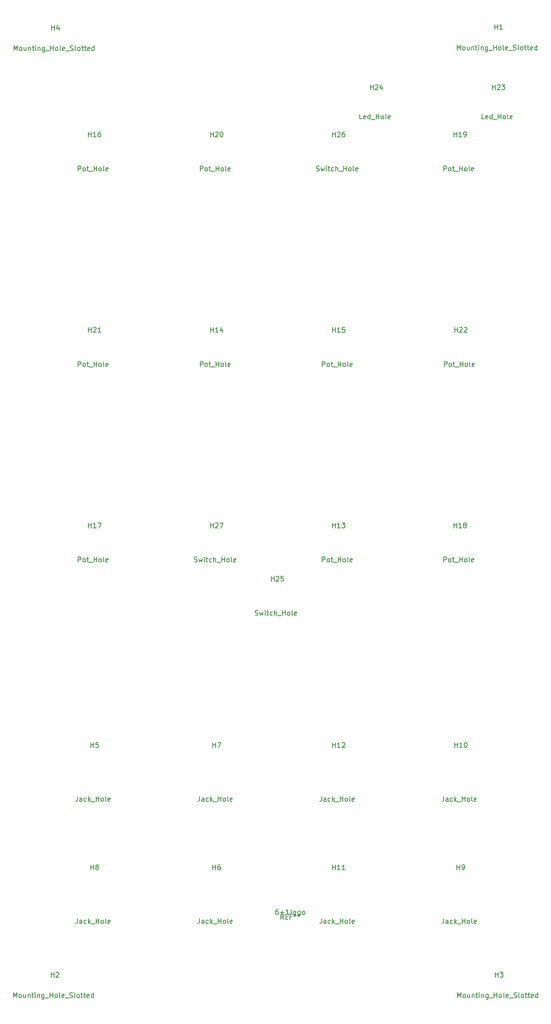
<source format=gbr>
%TF.GenerationSoftware,KiCad,Pcbnew,(5.1.9)-1*%
%TF.CreationDate,2021-09-12T18:44:50+01:00*%
%TF.ProjectId,Function Generator Front Panel,46756e63-7469-46f6-9e20-47656e657261,rev?*%
%TF.SameCoordinates,Original*%
%TF.FileFunction,Other,Fab,Top*%
%FSLAX46Y46*%
G04 Gerber Fmt 4.6, Leading zero omitted, Abs format (unit mm)*
G04 Created by KiCad (PCBNEW (5.1.9)-1) date 2021-09-12 18:44:50*
%MOMM*%
%LPD*%
G01*
G04 APERTURE LIST*
%ADD10C,0.150000*%
G04 APERTURE END LIST*
%TO.C,REF\u002A\u002A*%
D10*
X78549666Y-193103380D02*
X78216333Y-192627190D01*
X77978238Y-193103380D02*
X77978238Y-192103380D01*
X78359190Y-192103380D01*
X78454428Y-192151000D01*
X78502047Y-192198619D01*
X78549666Y-192293857D01*
X78549666Y-192436714D01*
X78502047Y-192531952D01*
X78454428Y-192579571D01*
X78359190Y-192627190D01*
X77978238Y-192627190D01*
X78978238Y-192579571D02*
X79311571Y-192579571D01*
X79454428Y-193103380D02*
X78978238Y-193103380D01*
X78978238Y-192103380D01*
X79454428Y-192103380D01*
X80216333Y-192579571D02*
X79883000Y-192579571D01*
X79883000Y-193103380D02*
X79883000Y-192103380D01*
X80359190Y-192103380D01*
X80883000Y-192103380D02*
X80883000Y-192341476D01*
X80644904Y-192246238D02*
X80883000Y-192341476D01*
X81121095Y-192246238D01*
X80740142Y-192531952D02*
X80883000Y-192341476D01*
X81025857Y-192531952D01*
X81644904Y-192103380D02*
X81644904Y-192341476D01*
X81406809Y-192246238D02*
X81644904Y-192341476D01*
X81883000Y-192246238D01*
X81502047Y-192531952D02*
X81644904Y-192341476D01*
X81787761Y-192531952D01*
X77359190Y-191103380D02*
X77168714Y-191103380D01*
X77073476Y-191151000D01*
X77025857Y-191198619D01*
X76930619Y-191341476D01*
X76883000Y-191531952D01*
X76883000Y-191912904D01*
X76930619Y-192008142D01*
X76978238Y-192055761D01*
X77073476Y-192103380D01*
X77263952Y-192103380D01*
X77359190Y-192055761D01*
X77406809Y-192008142D01*
X77454428Y-191912904D01*
X77454428Y-191674809D01*
X77406809Y-191579571D01*
X77359190Y-191531952D01*
X77263952Y-191484333D01*
X77073476Y-191484333D01*
X76978238Y-191531952D01*
X76930619Y-191579571D01*
X76883000Y-191674809D01*
X77883000Y-191722428D02*
X78644904Y-191722428D01*
X78263952Y-192103380D02*
X78263952Y-191341476D01*
X79644904Y-192103380D02*
X79073476Y-192103380D01*
X79359190Y-192103380D02*
X79359190Y-191103380D01*
X79263952Y-191246238D01*
X79168714Y-191341476D01*
X79073476Y-191389095D01*
X80216333Y-192103380D02*
X80121095Y-192055761D01*
X80073476Y-191960523D01*
X80073476Y-191103380D01*
X80740142Y-192103380D02*
X80644904Y-192055761D01*
X80597285Y-192008142D01*
X80549666Y-191912904D01*
X80549666Y-191627190D01*
X80597285Y-191531952D01*
X80644904Y-191484333D01*
X80740142Y-191436714D01*
X80883000Y-191436714D01*
X80978238Y-191484333D01*
X81025857Y-191531952D01*
X81073476Y-191627190D01*
X81073476Y-191912904D01*
X81025857Y-192008142D01*
X80978238Y-192055761D01*
X80883000Y-192103380D01*
X80740142Y-192103380D01*
X81930619Y-191436714D02*
X81930619Y-192246238D01*
X81883000Y-192341476D01*
X81835380Y-192389095D01*
X81740142Y-192436714D01*
X81597285Y-192436714D01*
X81502047Y-192389095D01*
X81930619Y-192055761D02*
X81835380Y-192103380D01*
X81644904Y-192103380D01*
X81549666Y-192055761D01*
X81502047Y-192008142D01*
X81454428Y-191912904D01*
X81454428Y-191627190D01*
X81502047Y-191531952D01*
X81549666Y-191484333D01*
X81644904Y-191436714D01*
X81835380Y-191436714D01*
X81930619Y-191484333D01*
X82549666Y-192103380D02*
X82454428Y-192055761D01*
X82406809Y-192008142D01*
X82359190Y-191912904D01*
X82359190Y-191627190D01*
X82406809Y-191531952D01*
X82454428Y-191484333D01*
X82549666Y-191436714D01*
X82692523Y-191436714D01*
X82787761Y-191484333D01*
X82835380Y-191531952D01*
X82883000Y-191627190D01*
X82883000Y-191912904D01*
X82835380Y-192008142D01*
X82787761Y-192055761D01*
X82692523Y-192103380D01*
X82549666Y-192103380D01*
%TO.C,H1*%
X114113523Y-15193380D02*
X114113523Y-14193380D01*
X114446857Y-14907666D01*
X114780190Y-14193380D01*
X114780190Y-15193380D01*
X115399238Y-15193380D02*
X115304000Y-15145761D01*
X115256380Y-15098142D01*
X115208761Y-15002904D01*
X115208761Y-14717190D01*
X115256380Y-14621952D01*
X115304000Y-14574333D01*
X115399238Y-14526714D01*
X115542095Y-14526714D01*
X115637333Y-14574333D01*
X115684952Y-14621952D01*
X115732571Y-14717190D01*
X115732571Y-15002904D01*
X115684952Y-15098142D01*
X115637333Y-15145761D01*
X115542095Y-15193380D01*
X115399238Y-15193380D01*
X116589714Y-14526714D02*
X116589714Y-15193380D01*
X116161142Y-14526714D02*
X116161142Y-15050523D01*
X116208761Y-15145761D01*
X116304000Y-15193380D01*
X116446857Y-15193380D01*
X116542095Y-15145761D01*
X116589714Y-15098142D01*
X117065904Y-14526714D02*
X117065904Y-15193380D01*
X117065904Y-14621952D02*
X117113523Y-14574333D01*
X117208761Y-14526714D01*
X117351619Y-14526714D01*
X117446857Y-14574333D01*
X117494476Y-14669571D01*
X117494476Y-15193380D01*
X117827809Y-14526714D02*
X118208761Y-14526714D01*
X117970666Y-14193380D02*
X117970666Y-15050523D01*
X118018285Y-15145761D01*
X118113523Y-15193380D01*
X118208761Y-15193380D01*
X118542095Y-15193380D02*
X118542095Y-14526714D01*
X118542095Y-14193380D02*
X118494476Y-14241000D01*
X118542095Y-14288619D01*
X118589714Y-14241000D01*
X118542095Y-14193380D01*
X118542095Y-14288619D01*
X119018285Y-14526714D02*
X119018285Y-15193380D01*
X119018285Y-14621952D02*
X119065904Y-14574333D01*
X119161142Y-14526714D01*
X119304000Y-14526714D01*
X119399238Y-14574333D01*
X119446857Y-14669571D01*
X119446857Y-15193380D01*
X120351619Y-14526714D02*
X120351619Y-15336238D01*
X120304000Y-15431476D01*
X120256380Y-15479095D01*
X120161142Y-15526714D01*
X120018285Y-15526714D01*
X119923047Y-15479095D01*
X120351619Y-15145761D02*
X120256380Y-15193380D01*
X120065904Y-15193380D01*
X119970666Y-15145761D01*
X119923047Y-15098142D01*
X119875428Y-15002904D01*
X119875428Y-14717190D01*
X119923047Y-14621952D01*
X119970666Y-14574333D01*
X120065904Y-14526714D01*
X120256380Y-14526714D01*
X120351619Y-14574333D01*
X120589714Y-15288619D02*
X121351619Y-15288619D01*
X121589714Y-15193380D02*
X121589714Y-14193380D01*
X121589714Y-14669571D02*
X122161142Y-14669571D01*
X122161142Y-15193380D02*
X122161142Y-14193380D01*
X122780190Y-15193380D02*
X122684952Y-15145761D01*
X122637333Y-15098142D01*
X122589714Y-15002904D01*
X122589714Y-14717190D01*
X122637333Y-14621952D01*
X122684952Y-14574333D01*
X122780190Y-14526714D01*
X122923047Y-14526714D01*
X123018285Y-14574333D01*
X123065904Y-14621952D01*
X123113523Y-14717190D01*
X123113523Y-15002904D01*
X123065904Y-15098142D01*
X123018285Y-15145761D01*
X122923047Y-15193380D01*
X122780190Y-15193380D01*
X123684952Y-15193380D02*
X123589714Y-15145761D01*
X123542095Y-15050523D01*
X123542095Y-14193380D01*
X124446857Y-15145761D02*
X124351619Y-15193380D01*
X124161142Y-15193380D01*
X124065904Y-15145761D01*
X124018285Y-15050523D01*
X124018285Y-14669571D01*
X124065904Y-14574333D01*
X124161142Y-14526714D01*
X124351619Y-14526714D01*
X124446857Y-14574333D01*
X124494476Y-14669571D01*
X124494476Y-14764809D01*
X124018285Y-14860047D01*
X124684952Y-15288619D02*
X125446857Y-15288619D01*
X125637333Y-15145761D02*
X125780190Y-15193380D01*
X126018285Y-15193380D01*
X126113523Y-15145761D01*
X126161142Y-15098142D01*
X126208761Y-15002904D01*
X126208761Y-14907666D01*
X126161142Y-14812428D01*
X126113523Y-14764809D01*
X126018285Y-14717190D01*
X125827809Y-14669571D01*
X125732571Y-14621952D01*
X125684952Y-14574333D01*
X125637333Y-14479095D01*
X125637333Y-14383857D01*
X125684952Y-14288619D01*
X125732571Y-14241000D01*
X125827809Y-14193380D01*
X126065904Y-14193380D01*
X126208761Y-14241000D01*
X126780190Y-15193380D02*
X126684952Y-15145761D01*
X126637333Y-15050523D01*
X126637333Y-14193380D01*
X127304000Y-15193380D02*
X127208761Y-15145761D01*
X127161142Y-15098142D01*
X127113523Y-15002904D01*
X127113523Y-14717190D01*
X127161142Y-14621952D01*
X127208761Y-14574333D01*
X127304000Y-14526714D01*
X127446857Y-14526714D01*
X127542095Y-14574333D01*
X127589714Y-14621952D01*
X127637333Y-14717190D01*
X127637333Y-15002904D01*
X127589714Y-15098142D01*
X127542095Y-15145761D01*
X127446857Y-15193380D01*
X127304000Y-15193380D01*
X127923047Y-14526714D02*
X128304000Y-14526714D01*
X128065904Y-14193380D02*
X128065904Y-15050523D01*
X128113523Y-15145761D01*
X128208761Y-15193380D01*
X128304000Y-15193380D01*
X128494476Y-14526714D02*
X128875428Y-14526714D01*
X128637333Y-14193380D02*
X128637333Y-15050523D01*
X128684952Y-15145761D01*
X128780190Y-15193380D01*
X128875428Y-15193380D01*
X129589714Y-15145761D02*
X129494476Y-15193380D01*
X129304000Y-15193380D01*
X129208761Y-15145761D01*
X129161142Y-15050523D01*
X129161142Y-14669571D01*
X129208761Y-14574333D01*
X129304000Y-14526714D01*
X129494476Y-14526714D01*
X129589714Y-14574333D01*
X129637333Y-14669571D01*
X129637333Y-14764809D01*
X129161142Y-14860047D01*
X130494476Y-15193380D02*
X130494476Y-14193380D01*
X130494476Y-15145761D02*
X130399238Y-15193380D01*
X130208761Y-15193380D01*
X130113523Y-15145761D01*
X130065904Y-15098142D01*
X130018285Y-15002904D01*
X130018285Y-14717190D01*
X130065904Y-14621952D01*
X130113523Y-14574333D01*
X130208761Y-14526714D01*
X130399238Y-14526714D01*
X130494476Y-14574333D01*
X121842095Y-10993380D02*
X121842095Y-9993380D01*
X121842095Y-10469571D02*
X122413523Y-10469571D01*
X122413523Y-10993380D02*
X122413523Y-9993380D01*
X123413523Y-10993380D02*
X122842095Y-10993380D01*
X123127809Y-10993380D02*
X123127809Y-9993380D01*
X123032571Y-10136238D01*
X122937333Y-10231476D01*
X122842095Y-10279095D01*
%TO.C,H2*%
X23181523Y-209122380D02*
X23181523Y-208122380D01*
X23514857Y-208836666D01*
X23848190Y-208122380D01*
X23848190Y-209122380D01*
X24467238Y-209122380D02*
X24372000Y-209074761D01*
X24324380Y-209027142D01*
X24276761Y-208931904D01*
X24276761Y-208646190D01*
X24324380Y-208550952D01*
X24372000Y-208503333D01*
X24467238Y-208455714D01*
X24610095Y-208455714D01*
X24705333Y-208503333D01*
X24752952Y-208550952D01*
X24800571Y-208646190D01*
X24800571Y-208931904D01*
X24752952Y-209027142D01*
X24705333Y-209074761D01*
X24610095Y-209122380D01*
X24467238Y-209122380D01*
X25657714Y-208455714D02*
X25657714Y-209122380D01*
X25229142Y-208455714D02*
X25229142Y-208979523D01*
X25276761Y-209074761D01*
X25372000Y-209122380D01*
X25514857Y-209122380D01*
X25610095Y-209074761D01*
X25657714Y-209027142D01*
X26133904Y-208455714D02*
X26133904Y-209122380D01*
X26133904Y-208550952D02*
X26181523Y-208503333D01*
X26276761Y-208455714D01*
X26419619Y-208455714D01*
X26514857Y-208503333D01*
X26562476Y-208598571D01*
X26562476Y-209122380D01*
X26895809Y-208455714D02*
X27276761Y-208455714D01*
X27038666Y-208122380D02*
X27038666Y-208979523D01*
X27086285Y-209074761D01*
X27181523Y-209122380D01*
X27276761Y-209122380D01*
X27610095Y-209122380D02*
X27610095Y-208455714D01*
X27610095Y-208122380D02*
X27562476Y-208170000D01*
X27610095Y-208217619D01*
X27657714Y-208170000D01*
X27610095Y-208122380D01*
X27610095Y-208217619D01*
X28086285Y-208455714D02*
X28086285Y-209122380D01*
X28086285Y-208550952D02*
X28133904Y-208503333D01*
X28229142Y-208455714D01*
X28372000Y-208455714D01*
X28467238Y-208503333D01*
X28514857Y-208598571D01*
X28514857Y-209122380D01*
X29419619Y-208455714D02*
X29419619Y-209265238D01*
X29372000Y-209360476D01*
X29324380Y-209408095D01*
X29229142Y-209455714D01*
X29086285Y-209455714D01*
X28991047Y-209408095D01*
X29419619Y-209074761D02*
X29324380Y-209122380D01*
X29133904Y-209122380D01*
X29038666Y-209074761D01*
X28991047Y-209027142D01*
X28943428Y-208931904D01*
X28943428Y-208646190D01*
X28991047Y-208550952D01*
X29038666Y-208503333D01*
X29133904Y-208455714D01*
X29324380Y-208455714D01*
X29419619Y-208503333D01*
X29657714Y-209217619D02*
X30419619Y-209217619D01*
X30657714Y-209122380D02*
X30657714Y-208122380D01*
X30657714Y-208598571D02*
X31229142Y-208598571D01*
X31229142Y-209122380D02*
X31229142Y-208122380D01*
X31848190Y-209122380D02*
X31752952Y-209074761D01*
X31705333Y-209027142D01*
X31657714Y-208931904D01*
X31657714Y-208646190D01*
X31705333Y-208550952D01*
X31752952Y-208503333D01*
X31848190Y-208455714D01*
X31991047Y-208455714D01*
X32086285Y-208503333D01*
X32133904Y-208550952D01*
X32181523Y-208646190D01*
X32181523Y-208931904D01*
X32133904Y-209027142D01*
X32086285Y-209074761D01*
X31991047Y-209122380D01*
X31848190Y-209122380D01*
X32752952Y-209122380D02*
X32657714Y-209074761D01*
X32610095Y-208979523D01*
X32610095Y-208122380D01*
X33514857Y-209074761D02*
X33419619Y-209122380D01*
X33229142Y-209122380D01*
X33133904Y-209074761D01*
X33086285Y-208979523D01*
X33086285Y-208598571D01*
X33133904Y-208503333D01*
X33229142Y-208455714D01*
X33419619Y-208455714D01*
X33514857Y-208503333D01*
X33562476Y-208598571D01*
X33562476Y-208693809D01*
X33086285Y-208789047D01*
X33752952Y-209217619D02*
X34514857Y-209217619D01*
X34705333Y-209074761D02*
X34848190Y-209122380D01*
X35086285Y-209122380D01*
X35181523Y-209074761D01*
X35229142Y-209027142D01*
X35276761Y-208931904D01*
X35276761Y-208836666D01*
X35229142Y-208741428D01*
X35181523Y-208693809D01*
X35086285Y-208646190D01*
X34895809Y-208598571D01*
X34800571Y-208550952D01*
X34752952Y-208503333D01*
X34705333Y-208408095D01*
X34705333Y-208312857D01*
X34752952Y-208217619D01*
X34800571Y-208170000D01*
X34895809Y-208122380D01*
X35133904Y-208122380D01*
X35276761Y-208170000D01*
X35848190Y-209122380D02*
X35752952Y-209074761D01*
X35705333Y-208979523D01*
X35705333Y-208122380D01*
X36372000Y-209122380D02*
X36276761Y-209074761D01*
X36229142Y-209027142D01*
X36181523Y-208931904D01*
X36181523Y-208646190D01*
X36229142Y-208550952D01*
X36276761Y-208503333D01*
X36372000Y-208455714D01*
X36514857Y-208455714D01*
X36610095Y-208503333D01*
X36657714Y-208550952D01*
X36705333Y-208646190D01*
X36705333Y-208931904D01*
X36657714Y-209027142D01*
X36610095Y-209074761D01*
X36514857Y-209122380D01*
X36372000Y-209122380D01*
X36991047Y-208455714D02*
X37372000Y-208455714D01*
X37133904Y-208122380D02*
X37133904Y-208979523D01*
X37181523Y-209074761D01*
X37276761Y-209122380D01*
X37372000Y-209122380D01*
X37562476Y-208455714D02*
X37943428Y-208455714D01*
X37705333Y-208122380D02*
X37705333Y-208979523D01*
X37752952Y-209074761D01*
X37848190Y-209122380D01*
X37943428Y-209122380D01*
X38657714Y-209074761D02*
X38562476Y-209122380D01*
X38372000Y-209122380D01*
X38276761Y-209074761D01*
X38229142Y-208979523D01*
X38229142Y-208598571D01*
X38276761Y-208503333D01*
X38372000Y-208455714D01*
X38562476Y-208455714D01*
X38657714Y-208503333D01*
X38705333Y-208598571D01*
X38705333Y-208693809D01*
X38229142Y-208789047D01*
X39562476Y-209122380D02*
X39562476Y-208122380D01*
X39562476Y-209074761D02*
X39467238Y-209122380D01*
X39276761Y-209122380D01*
X39181523Y-209074761D01*
X39133904Y-209027142D01*
X39086285Y-208931904D01*
X39086285Y-208646190D01*
X39133904Y-208550952D01*
X39181523Y-208503333D01*
X39276761Y-208455714D01*
X39467238Y-208455714D01*
X39562476Y-208503333D01*
X30910095Y-204922380D02*
X30910095Y-203922380D01*
X30910095Y-204398571D02*
X31481523Y-204398571D01*
X31481523Y-204922380D02*
X31481523Y-203922380D01*
X31910095Y-204017619D02*
X31957714Y-203970000D01*
X32052952Y-203922380D01*
X32291047Y-203922380D01*
X32386285Y-203970000D01*
X32433904Y-204017619D01*
X32481523Y-204112857D01*
X32481523Y-204208095D01*
X32433904Y-204350952D01*
X31862476Y-204922380D01*
X32481523Y-204922380D01*
%TO.C,H3*%
X114240523Y-209122380D02*
X114240523Y-208122380D01*
X114573857Y-208836666D01*
X114907190Y-208122380D01*
X114907190Y-209122380D01*
X115526238Y-209122380D02*
X115431000Y-209074761D01*
X115383380Y-209027142D01*
X115335761Y-208931904D01*
X115335761Y-208646190D01*
X115383380Y-208550952D01*
X115431000Y-208503333D01*
X115526238Y-208455714D01*
X115669095Y-208455714D01*
X115764333Y-208503333D01*
X115811952Y-208550952D01*
X115859571Y-208646190D01*
X115859571Y-208931904D01*
X115811952Y-209027142D01*
X115764333Y-209074761D01*
X115669095Y-209122380D01*
X115526238Y-209122380D01*
X116716714Y-208455714D02*
X116716714Y-209122380D01*
X116288142Y-208455714D02*
X116288142Y-208979523D01*
X116335761Y-209074761D01*
X116431000Y-209122380D01*
X116573857Y-209122380D01*
X116669095Y-209074761D01*
X116716714Y-209027142D01*
X117192904Y-208455714D02*
X117192904Y-209122380D01*
X117192904Y-208550952D02*
X117240523Y-208503333D01*
X117335761Y-208455714D01*
X117478619Y-208455714D01*
X117573857Y-208503333D01*
X117621476Y-208598571D01*
X117621476Y-209122380D01*
X117954809Y-208455714D02*
X118335761Y-208455714D01*
X118097666Y-208122380D02*
X118097666Y-208979523D01*
X118145285Y-209074761D01*
X118240523Y-209122380D01*
X118335761Y-209122380D01*
X118669095Y-209122380D02*
X118669095Y-208455714D01*
X118669095Y-208122380D02*
X118621476Y-208170000D01*
X118669095Y-208217619D01*
X118716714Y-208170000D01*
X118669095Y-208122380D01*
X118669095Y-208217619D01*
X119145285Y-208455714D02*
X119145285Y-209122380D01*
X119145285Y-208550952D02*
X119192904Y-208503333D01*
X119288142Y-208455714D01*
X119431000Y-208455714D01*
X119526238Y-208503333D01*
X119573857Y-208598571D01*
X119573857Y-209122380D01*
X120478619Y-208455714D02*
X120478619Y-209265238D01*
X120431000Y-209360476D01*
X120383380Y-209408095D01*
X120288142Y-209455714D01*
X120145285Y-209455714D01*
X120050047Y-209408095D01*
X120478619Y-209074761D02*
X120383380Y-209122380D01*
X120192904Y-209122380D01*
X120097666Y-209074761D01*
X120050047Y-209027142D01*
X120002428Y-208931904D01*
X120002428Y-208646190D01*
X120050047Y-208550952D01*
X120097666Y-208503333D01*
X120192904Y-208455714D01*
X120383380Y-208455714D01*
X120478619Y-208503333D01*
X120716714Y-209217619D02*
X121478619Y-209217619D01*
X121716714Y-209122380D02*
X121716714Y-208122380D01*
X121716714Y-208598571D02*
X122288142Y-208598571D01*
X122288142Y-209122380D02*
X122288142Y-208122380D01*
X122907190Y-209122380D02*
X122811952Y-209074761D01*
X122764333Y-209027142D01*
X122716714Y-208931904D01*
X122716714Y-208646190D01*
X122764333Y-208550952D01*
X122811952Y-208503333D01*
X122907190Y-208455714D01*
X123050047Y-208455714D01*
X123145285Y-208503333D01*
X123192904Y-208550952D01*
X123240523Y-208646190D01*
X123240523Y-208931904D01*
X123192904Y-209027142D01*
X123145285Y-209074761D01*
X123050047Y-209122380D01*
X122907190Y-209122380D01*
X123811952Y-209122380D02*
X123716714Y-209074761D01*
X123669095Y-208979523D01*
X123669095Y-208122380D01*
X124573857Y-209074761D02*
X124478619Y-209122380D01*
X124288142Y-209122380D01*
X124192904Y-209074761D01*
X124145285Y-208979523D01*
X124145285Y-208598571D01*
X124192904Y-208503333D01*
X124288142Y-208455714D01*
X124478619Y-208455714D01*
X124573857Y-208503333D01*
X124621476Y-208598571D01*
X124621476Y-208693809D01*
X124145285Y-208789047D01*
X124811952Y-209217619D02*
X125573857Y-209217619D01*
X125764333Y-209074761D02*
X125907190Y-209122380D01*
X126145285Y-209122380D01*
X126240523Y-209074761D01*
X126288142Y-209027142D01*
X126335761Y-208931904D01*
X126335761Y-208836666D01*
X126288142Y-208741428D01*
X126240523Y-208693809D01*
X126145285Y-208646190D01*
X125954809Y-208598571D01*
X125859571Y-208550952D01*
X125811952Y-208503333D01*
X125764333Y-208408095D01*
X125764333Y-208312857D01*
X125811952Y-208217619D01*
X125859571Y-208170000D01*
X125954809Y-208122380D01*
X126192904Y-208122380D01*
X126335761Y-208170000D01*
X126907190Y-209122380D02*
X126811952Y-209074761D01*
X126764333Y-208979523D01*
X126764333Y-208122380D01*
X127431000Y-209122380D02*
X127335761Y-209074761D01*
X127288142Y-209027142D01*
X127240523Y-208931904D01*
X127240523Y-208646190D01*
X127288142Y-208550952D01*
X127335761Y-208503333D01*
X127431000Y-208455714D01*
X127573857Y-208455714D01*
X127669095Y-208503333D01*
X127716714Y-208550952D01*
X127764333Y-208646190D01*
X127764333Y-208931904D01*
X127716714Y-209027142D01*
X127669095Y-209074761D01*
X127573857Y-209122380D01*
X127431000Y-209122380D01*
X128050047Y-208455714D02*
X128431000Y-208455714D01*
X128192904Y-208122380D02*
X128192904Y-208979523D01*
X128240523Y-209074761D01*
X128335761Y-209122380D01*
X128431000Y-209122380D01*
X128621476Y-208455714D02*
X129002428Y-208455714D01*
X128764333Y-208122380D02*
X128764333Y-208979523D01*
X128811952Y-209074761D01*
X128907190Y-209122380D01*
X129002428Y-209122380D01*
X129716714Y-209074761D02*
X129621476Y-209122380D01*
X129431000Y-209122380D01*
X129335761Y-209074761D01*
X129288142Y-208979523D01*
X129288142Y-208598571D01*
X129335761Y-208503333D01*
X129431000Y-208455714D01*
X129621476Y-208455714D01*
X129716714Y-208503333D01*
X129764333Y-208598571D01*
X129764333Y-208693809D01*
X129288142Y-208789047D01*
X130621476Y-209122380D02*
X130621476Y-208122380D01*
X130621476Y-209074761D02*
X130526238Y-209122380D01*
X130335761Y-209122380D01*
X130240523Y-209074761D01*
X130192904Y-209027142D01*
X130145285Y-208931904D01*
X130145285Y-208646190D01*
X130192904Y-208550952D01*
X130240523Y-208503333D01*
X130335761Y-208455714D01*
X130526238Y-208455714D01*
X130621476Y-208503333D01*
X121969095Y-204922380D02*
X121969095Y-203922380D01*
X121969095Y-204398571D02*
X122540523Y-204398571D01*
X122540523Y-204922380D02*
X122540523Y-203922380D01*
X122921476Y-203922380D02*
X123540523Y-203922380D01*
X123207190Y-204303333D01*
X123350047Y-204303333D01*
X123445285Y-204350952D01*
X123492904Y-204398571D01*
X123540523Y-204493809D01*
X123540523Y-204731904D01*
X123492904Y-204827142D01*
X123445285Y-204874761D01*
X123350047Y-204922380D01*
X123064333Y-204922380D01*
X122969095Y-204874761D01*
X122921476Y-204827142D01*
%TO.C,H4*%
X23308523Y-15320380D02*
X23308523Y-14320380D01*
X23641857Y-15034666D01*
X23975190Y-14320380D01*
X23975190Y-15320380D01*
X24594238Y-15320380D02*
X24499000Y-15272761D01*
X24451380Y-15225142D01*
X24403761Y-15129904D01*
X24403761Y-14844190D01*
X24451380Y-14748952D01*
X24499000Y-14701333D01*
X24594238Y-14653714D01*
X24737095Y-14653714D01*
X24832333Y-14701333D01*
X24879952Y-14748952D01*
X24927571Y-14844190D01*
X24927571Y-15129904D01*
X24879952Y-15225142D01*
X24832333Y-15272761D01*
X24737095Y-15320380D01*
X24594238Y-15320380D01*
X25784714Y-14653714D02*
X25784714Y-15320380D01*
X25356142Y-14653714D02*
X25356142Y-15177523D01*
X25403761Y-15272761D01*
X25499000Y-15320380D01*
X25641857Y-15320380D01*
X25737095Y-15272761D01*
X25784714Y-15225142D01*
X26260904Y-14653714D02*
X26260904Y-15320380D01*
X26260904Y-14748952D02*
X26308523Y-14701333D01*
X26403761Y-14653714D01*
X26546619Y-14653714D01*
X26641857Y-14701333D01*
X26689476Y-14796571D01*
X26689476Y-15320380D01*
X27022809Y-14653714D02*
X27403761Y-14653714D01*
X27165666Y-14320380D02*
X27165666Y-15177523D01*
X27213285Y-15272761D01*
X27308523Y-15320380D01*
X27403761Y-15320380D01*
X27737095Y-15320380D02*
X27737095Y-14653714D01*
X27737095Y-14320380D02*
X27689476Y-14368000D01*
X27737095Y-14415619D01*
X27784714Y-14368000D01*
X27737095Y-14320380D01*
X27737095Y-14415619D01*
X28213285Y-14653714D02*
X28213285Y-15320380D01*
X28213285Y-14748952D02*
X28260904Y-14701333D01*
X28356142Y-14653714D01*
X28499000Y-14653714D01*
X28594238Y-14701333D01*
X28641857Y-14796571D01*
X28641857Y-15320380D01*
X29546619Y-14653714D02*
X29546619Y-15463238D01*
X29499000Y-15558476D01*
X29451380Y-15606095D01*
X29356142Y-15653714D01*
X29213285Y-15653714D01*
X29118047Y-15606095D01*
X29546619Y-15272761D02*
X29451380Y-15320380D01*
X29260904Y-15320380D01*
X29165666Y-15272761D01*
X29118047Y-15225142D01*
X29070428Y-15129904D01*
X29070428Y-14844190D01*
X29118047Y-14748952D01*
X29165666Y-14701333D01*
X29260904Y-14653714D01*
X29451380Y-14653714D01*
X29546619Y-14701333D01*
X29784714Y-15415619D02*
X30546619Y-15415619D01*
X30784714Y-15320380D02*
X30784714Y-14320380D01*
X30784714Y-14796571D02*
X31356142Y-14796571D01*
X31356142Y-15320380D02*
X31356142Y-14320380D01*
X31975190Y-15320380D02*
X31879952Y-15272761D01*
X31832333Y-15225142D01*
X31784714Y-15129904D01*
X31784714Y-14844190D01*
X31832333Y-14748952D01*
X31879952Y-14701333D01*
X31975190Y-14653714D01*
X32118047Y-14653714D01*
X32213285Y-14701333D01*
X32260904Y-14748952D01*
X32308523Y-14844190D01*
X32308523Y-15129904D01*
X32260904Y-15225142D01*
X32213285Y-15272761D01*
X32118047Y-15320380D01*
X31975190Y-15320380D01*
X32879952Y-15320380D02*
X32784714Y-15272761D01*
X32737095Y-15177523D01*
X32737095Y-14320380D01*
X33641857Y-15272761D02*
X33546619Y-15320380D01*
X33356142Y-15320380D01*
X33260904Y-15272761D01*
X33213285Y-15177523D01*
X33213285Y-14796571D01*
X33260904Y-14701333D01*
X33356142Y-14653714D01*
X33546619Y-14653714D01*
X33641857Y-14701333D01*
X33689476Y-14796571D01*
X33689476Y-14891809D01*
X33213285Y-14987047D01*
X33879952Y-15415619D02*
X34641857Y-15415619D01*
X34832333Y-15272761D02*
X34975190Y-15320380D01*
X35213285Y-15320380D01*
X35308523Y-15272761D01*
X35356142Y-15225142D01*
X35403761Y-15129904D01*
X35403761Y-15034666D01*
X35356142Y-14939428D01*
X35308523Y-14891809D01*
X35213285Y-14844190D01*
X35022809Y-14796571D01*
X34927571Y-14748952D01*
X34879952Y-14701333D01*
X34832333Y-14606095D01*
X34832333Y-14510857D01*
X34879952Y-14415619D01*
X34927571Y-14368000D01*
X35022809Y-14320380D01*
X35260904Y-14320380D01*
X35403761Y-14368000D01*
X35975190Y-15320380D02*
X35879952Y-15272761D01*
X35832333Y-15177523D01*
X35832333Y-14320380D01*
X36499000Y-15320380D02*
X36403761Y-15272761D01*
X36356142Y-15225142D01*
X36308523Y-15129904D01*
X36308523Y-14844190D01*
X36356142Y-14748952D01*
X36403761Y-14701333D01*
X36499000Y-14653714D01*
X36641857Y-14653714D01*
X36737095Y-14701333D01*
X36784714Y-14748952D01*
X36832333Y-14844190D01*
X36832333Y-15129904D01*
X36784714Y-15225142D01*
X36737095Y-15272761D01*
X36641857Y-15320380D01*
X36499000Y-15320380D01*
X37118047Y-14653714D02*
X37499000Y-14653714D01*
X37260904Y-14320380D02*
X37260904Y-15177523D01*
X37308523Y-15272761D01*
X37403761Y-15320380D01*
X37499000Y-15320380D01*
X37689476Y-14653714D02*
X38070428Y-14653714D01*
X37832333Y-14320380D02*
X37832333Y-15177523D01*
X37879952Y-15272761D01*
X37975190Y-15320380D01*
X38070428Y-15320380D01*
X38784714Y-15272761D02*
X38689476Y-15320380D01*
X38499000Y-15320380D01*
X38403761Y-15272761D01*
X38356142Y-15177523D01*
X38356142Y-14796571D01*
X38403761Y-14701333D01*
X38499000Y-14653714D01*
X38689476Y-14653714D01*
X38784714Y-14701333D01*
X38832333Y-14796571D01*
X38832333Y-14891809D01*
X38356142Y-14987047D01*
X39689476Y-15320380D02*
X39689476Y-14320380D01*
X39689476Y-15272761D02*
X39594238Y-15320380D01*
X39403761Y-15320380D01*
X39308523Y-15272761D01*
X39260904Y-15225142D01*
X39213285Y-15129904D01*
X39213285Y-14844190D01*
X39260904Y-14748952D01*
X39308523Y-14701333D01*
X39403761Y-14653714D01*
X39594238Y-14653714D01*
X39689476Y-14701333D01*
X31037095Y-11120380D02*
X31037095Y-10120380D01*
X31037095Y-10596571D02*
X31608523Y-10596571D01*
X31608523Y-11120380D02*
X31608523Y-10120380D01*
X32513285Y-10453714D02*
X32513285Y-11120380D01*
X32275190Y-10072761D02*
X32037095Y-10787047D01*
X32656142Y-10787047D01*
%TO.C,H5*%
X36306523Y-167932380D02*
X36306523Y-168646666D01*
X36258904Y-168789523D01*
X36163666Y-168884761D01*
X36020809Y-168932380D01*
X35925571Y-168932380D01*
X37211285Y-168932380D02*
X37211285Y-168408571D01*
X37163666Y-168313333D01*
X37068428Y-168265714D01*
X36877952Y-168265714D01*
X36782714Y-168313333D01*
X37211285Y-168884761D02*
X37116047Y-168932380D01*
X36877952Y-168932380D01*
X36782714Y-168884761D01*
X36735095Y-168789523D01*
X36735095Y-168694285D01*
X36782714Y-168599047D01*
X36877952Y-168551428D01*
X37116047Y-168551428D01*
X37211285Y-168503809D01*
X38116047Y-168884761D02*
X38020809Y-168932380D01*
X37830333Y-168932380D01*
X37735095Y-168884761D01*
X37687476Y-168837142D01*
X37639857Y-168741904D01*
X37639857Y-168456190D01*
X37687476Y-168360952D01*
X37735095Y-168313333D01*
X37830333Y-168265714D01*
X38020809Y-168265714D01*
X38116047Y-168313333D01*
X38544619Y-168932380D02*
X38544619Y-167932380D01*
X38639857Y-168551428D02*
X38925571Y-168932380D01*
X38925571Y-168265714D02*
X38544619Y-168646666D01*
X39116047Y-169027619D02*
X39877952Y-169027619D01*
X40116047Y-168932380D02*
X40116047Y-167932380D01*
X40116047Y-168408571D02*
X40687476Y-168408571D01*
X40687476Y-168932380D02*
X40687476Y-167932380D01*
X41306523Y-168932380D02*
X41211285Y-168884761D01*
X41163666Y-168837142D01*
X41116047Y-168741904D01*
X41116047Y-168456190D01*
X41163666Y-168360952D01*
X41211285Y-168313333D01*
X41306523Y-168265714D01*
X41449380Y-168265714D01*
X41544619Y-168313333D01*
X41592238Y-168360952D01*
X41639857Y-168456190D01*
X41639857Y-168741904D01*
X41592238Y-168837142D01*
X41544619Y-168884761D01*
X41449380Y-168932380D01*
X41306523Y-168932380D01*
X42211285Y-168932380D02*
X42116047Y-168884761D01*
X42068428Y-168789523D01*
X42068428Y-167932380D01*
X42973190Y-168884761D02*
X42877952Y-168932380D01*
X42687476Y-168932380D01*
X42592238Y-168884761D01*
X42544619Y-168789523D01*
X42544619Y-168408571D01*
X42592238Y-168313333D01*
X42687476Y-168265714D01*
X42877952Y-168265714D01*
X42973190Y-168313333D01*
X43020809Y-168408571D01*
X43020809Y-168503809D01*
X42544619Y-168599047D01*
X39035095Y-157932380D02*
X39035095Y-156932380D01*
X39035095Y-157408571D02*
X39606523Y-157408571D01*
X39606523Y-157932380D02*
X39606523Y-156932380D01*
X40558904Y-156932380D02*
X40082714Y-156932380D01*
X40035095Y-157408571D01*
X40082714Y-157360952D01*
X40177952Y-157313333D01*
X40416047Y-157313333D01*
X40511285Y-157360952D01*
X40558904Y-157408571D01*
X40606523Y-157503809D01*
X40606523Y-157741904D01*
X40558904Y-157837142D01*
X40511285Y-157884761D01*
X40416047Y-157932380D01*
X40177952Y-157932380D01*
X40082714Y-157884761D01*
X40035095Y-157837142D01*
%TO.C,H6*%
X61325523Y-192951380D02*
X61325523Y-193665666D01*
X61277904Y-193808523D01*
X61182666Y-193903761D01*
X61039809Y-193951380D01*
X60944571Y-193951380D01*
X62230285Y-193951380D02*
X62230285Y-193427571D01*
X62182666Y-193332333D01*
X62087428Y-193284714D01*
X61896952Y-193284714D01*
X61801714Y-193332333D01*
X62230285Y-193903761D02*
X62135047Y-193951380D01*
X61896952Y-193951380D01*
X61801714Y-193903761D01*
X61754095Y-193808523D01*
X61754095Y-193713285D01*
X61801714Y-193618047D01*
X61896952Y-193570428D01*
X62135047Y-193570428D01*
X62230285Y-193522809D01*
X63135047Y-193903761D02*
X63039809Y-193951380D01*
X62849333Y-193951380D01*
X62754095Y-193903761D01*
X62706476Y-193856142D01*
X62658857Y-193760904D01*
X62658857Y-193475190D01*
X62706476Y-193379952D01*
X62754095Y-193332333D01*
X62849333Y-193284714D01*
X63039809Y-193284714D01*
X63135047Y-193332333D01*
X63563619Y-193951380D02*
X63563619Y-192951380D01*
X63658857Y-193570428D02*
X63944571Y-193951380D01*
X63944571Y-193284714D02*
X63563619Y-193665666D01*
X64135047Y-194046619D02*
X64896952Y-194046619D01*
X65135047Y-193951380D02*
X65135047Y-192951380D01*
X65135047Y-193427571D02*
X65706476Y-193427571D01*
X65706476Y-193951380D02*
X65706476Y-192951380D01*
X66325523Y-193951380D02*
X66230285Y-193903761D01*
X66182666Y-193856142D01*
X66135047Y-193760904D01*
X66135047Y-193475190D01*
X66182666Y-193379952D01*
X66230285Y-193332333D01*
X66325523Y-193284714D01*
X66468380Y-193284714D01*
X66563619Y-193332333D01*
X66611238Y-193379952D01*
X66658857Y-193475190D01*
X66658857Y-193760904D01*
X66611238Y-193856142D01*
X66563619Y-193903761D01*
X66468380Y-193951380D01*
X66325523Y-193951380D01*
X67230285Y-193951380D02*
X67135047Y-193903761D01*
X67087428Y-193808523D01*
X67087428Y-192951380D01*
X67992190Y-193903761D02*
X67896952Y-193951380D01*
X67706476Y-193951380D01*
X67611238Y-193903761D01*
X67563619Y-193808523D01*
X67563619Y-193427571D01*
X67611238Y-193332333D01*
X67706476Y-193284714D01*
X67896952Y-193284714D01*
X67992190Y-193332333D01*
X68039809Y-193427571D01*
X68039809Y-193522809D01*
X67563619Y-193618047D01*
X64054095Y-182951380D02*
X64054095Y-181951380D01*
X64054095Y-182427571D02*
X64625523Y-182427571D01*
X64625523Y-182951380D02*
X64625523Y-181951380D01*
X65530285Y-181951380D02*
X65339809Y-181951380D01*
X65244571Y-181999000D01*
X65196952Y-182046619D01*
X65101714Y-182189476D01*
X65054095Y-182379952D01*
X65054095Y-182760904D01*
X65101714Y-182856142D01*
X65149333Y-182903761D01*
X65244571Y-182951380D01*
X65435047Y-182951380D01*
X65530285Y-182903761D01*
X65577904Y-182856142D01*
X65625523Y-182760904D01*
X65625523Y-182522809D01*
X65577904Y-182427571D01*
X65530285Y-182379952D01*
X65435047Y-182332333D01*
X65244571Y-182332333D01*
X65149333Y-182379952D01*
X65101714Y-182427571D01*
X65054095Y-182522809D01*
%TO.C,H7*%
X61325523Y-167932380D02*
X61325523Y-168646666D01*
X61277904Y-168789523D01*
X61182666Y-168884761D01*
X61039809Y-168932380D01*
X60944571Y-168932380D01*
X62230285Y-168932380D02*
X62230285Y-168408571D01*
X62182666Y-168313333D01*
X62087428Y-168265714D01*
X61896952Y-168265714D01*
X61801714Y-168313333D01*
X62230285Y-168884761D02*
X62135047Y-168932380D01*
X61896952Y-168932380D01*
X61801714Y-168884761D01*
X61754095Y-168789523D01*
X61754095Y-168694285D01*
X61801714Y-168599047D01*
X61896952Y-168551428D01*
X62135047Y-168551428D01*
X62230285Y-168503809D01*
X63135047Y-168884761D02*
X63039809Y-168932380D01*
X62849333Y-168932380D01*
X62754095Y-168884761D01*
X62706476Y-168837142D01*
X62658857Y-168741904D01*
X62658857Y-168456190D01*
X62706476Y-168360952D01*
X62754095Y-168313333D01*
X62849333Y-168265714D01*
X63039809Y-168265714D01*
X63135047Y-168313333D01*
X63563619Y-168932380D02*
X63563619Y-167932380D01*
X63658857Y-168551428D02*
X63944571Y-168932380D01*
X63944571Y-168265714D02*
X63563619Y-168646666D01*
X64135047Y-169027619D02*
X64896952Y-169027619D01*
X65135047Y-168932380D02*
X65135047Y-167932380D01*
X65135047Y-168408571D02*
X65706476Y-168408571D01*
X65706476Y-168932380D02*
X65706476Y-167932380D01*
X66325523Y-168932380D02*
X66230285Y-168884761D01*
X66182666Y-168837142D01*
X66135047Y-168741904D01*
X66135047Y-168456190D01*
X66182666Y-168360952D01*
X66230285Y-168313333D01*
X66325523Y-168265714D01*
X66468380Y-168265714D01*
X66563619Y-168313333D01*
X66611238Y-168360952D01*
X66658857Y-168456190D01*
X66658857Y-168741904D01*
X66611238Y-168837142D01*
X66563619Y-168884761D01*
X66468380Y-168932380D01*
X66325523Y-168932380D01*
X67230285Y-168932380D02*
X67135047Y-168884761D01*
X67087428Y-168789523D01*
X67087428Y-167932380D01*
X67992190Y-168884761D02*
X67896952Y-168932380D01*
X67706476Y-168932380D01*
X67611238Y-168884761D01*
X67563619Y-168789523D01*
X67563619Y-168408571D01*
X67611238Y-168313333D01*
X67706476Y-168265714D01*
X67896952Y-168265714D01*
X67992190Y-168313333D01*
X68039809Y-168408571D01*
X68039809Y-168503809D01*
X67563619Y-168599047D01*
X64054095Y-157932380D02*
X64054095Y-156932380D01*
X64054095Y-157408571D02*
X64625523Y-157408571D01*
X64625523Y-157932380D02*
X64625523Y-156932380D01*
X65006476Y-156932380D02*
X65673142Y-156932380D01*
X65244571Y-157932380D01*
%TO.C,H8*%
X36306523Y-192951380D02*
X36306523Y-193665666D01*
X36258904Y-193808523D01*
X36163666Y-193903761D01*
X36020809Y-193951380D01*
X35925571Y-193951380D01*
X37211285Y-193951380D02*
X37211285Y-193427571D01*
X37163666Y-193332333D01*
X37068428Y-193284714D01*
X36877952Y-193284714D01*
X36782714Y-193332333D01*
X37211285Y-193903761D02*
X37116047Y-193951380D01*
X36877952Y-193951380D01*
X36782714Y-193903761D01*
X36735095Y-193808523D01*
X36735095Y-193713285D01*
X36782714Y-193618047D01*
X36877952Y-193570428D01*
X37116047Y-193570428D01*
X37211285Y-193522809D01*
X38116047Y-193903761D02*
X38020809Y-193951380D01*
X37830333Y-193951380D01*
X37735095Y-193903761D01*
X37687476Y-193856142D01*
X37639857Y-193760904D01*
X37639857Y-193475190D01*
X37687476Y-193379952D01*
X37735095Y-193332333D01*
X37830333Y-193284714D01*
X38020809Y-193284714D01*
X38116047Y-193332333D01*
X38544619Y-193951380D02*
X38544619Y-192951380D01*
X38639857Y-193570428D02*
X38925571Y-193951380D01*
X38925571Y-193284714D02*
X38544619Y-193665666D01*
X39116047Y-194046619D02*
X39877952Y-194046619D01*
X40116047Y-193951380D02*
X40116047Y-192951380D01*
X40116047Y-193427571D02*
X40687476Y-193427571D01*
X40687476Y-193951380D02*
X40687476Y-192951380D01*
X41306523Y-193951380D02*
X41211285Y-193903761D01*
X41163666Y-193856142D01*
X41116047Y-193760904D01*
X41116047Y-193475190D01*
X41163666Y-193379952D01*
X41211285Y-193332333D01*
X41306523Y-193284714D01*
X41449380Y-193284714D01*
X41544619Y-193332333D01*
X41592238Y-193379952D01*
X41639857Y-193475190D01*
X41639857Y-193760904D01*
X41592238Y-193856142D01*
X41544619Y-193903761D01*
X41449380Y-193951380D01*
X41306523Y-193951380D01*
X42211285Y-193951380D02*
X42116047Y-193903761D01*
X42068428Y-193808523D01*
X42068428Y-192951380D01*
X42973190Y-193903761D02*
X42877952Y-193951380D01*
X42687476Y-193951380D01*
X42592238Y-193903761D01*
X42544619Y-193808523D01*
X42544619Y-193427571D01*
X42592238Y-193332333D01*
X42687476Y-193284714D01*
X42877952Y-193284714D01*
X42973190Y-193332333D01*
X43020809Y-193427571D01*
X43020809Y-193522809D01*
X42544619Y-193618047D01*
X39035095Y-182951380D02*
X39035095Y-181951380D01*
X39035095Y-182427571D02*
X39606523Y-182427571D01*
X39606523Y-182951380D02*
X39606523Y-181951380D01*
X40225571Y-182379952D02*
X40130333Y-182332333D01*
X40082714Y-182284714D01*
X40035095Y-182189476D01*
X40035095Y-182141857D01*
X40082714Y-182046619D01*
X40130333Y-181999000D01*
X40225571Y-181951380D01*
X40416047Y-181951380D01*
X40511285Y-181999000D01*
X40558904Y-182046619D01*
X40606523Y-182141857D01*
X40606523Y-182189476D01*
X40558904Y-182284714D01*
X40511285Y-182332333D01*
X40416047Y-182379952D01*
X40225571Y-182379952D01*
X40130333Y-182427571D01*
X40082714Y-182475190D01*
X40035095Y-182570428D01*
X40035095Y-182760904D01*
X40082714Y-182856142D01*
X40130333Y-182903761D01*
X40225571Y-182951380D01*
X40416047Y-182951380D01*
X40511285Y-182903761D01*
X40558904Y-182856142D01*
X40606523Y-182760904D01*
X40606523Y-182570428D01*
X40558904Y-182475190D01*
X40511285Y-182427571D01*
X40416047Y-182379952D01*
%TO.C,H9*%
X111363523Y-192951380D02*
X111363523Y-193665666D01*
X111315904Y-193808523D01*
X111220666Y-193903761D01*
X111077809Y-193951380D01*
X110982571Y-193951380D01*
X112268285Y-193951380D02*
X112268285Y-193427571D01*
X112220666Y-193332333D01*
X112125428Y-193284714D01*
X111934952Y-193284714D01*
X111839714Y-193332333D01*
X112268285Y-193903761D02*
X112173047Y-193951380D01*
X111934952Y-193951380D01*
X111839714Y-193903761D01*
X111792095Y-193808523D01*
X111792095Y-193713285D01*
X111839714Y-193618047D01*
X111934952Y-193570428D01*
X112173047Y-193570428D01*
X112268285Y-193522809D01*
X113173047Y-193903761D02*
X113077809Y-193951380D01*
X112887333Y-193951380D01*
X112792095Y-193903761D01*
X112744476Y-193856142D01*
X112696857Y-193760904D01*
X112696857Y-193475190D01*
X112744476Y-193379952D01*
X112792095Y-193332333D01*
X112887333Y-193284714D01*
X113077809Y-193284714D01*
X113173047Y-193332333D01*
X113601619Y-193951380D02*
X113601619Y-192951380D01*
X113696857Y-193570428D02*
X113982571Y-193951380D01*
X113982571Y-193284714D02*
X113601619Y-193665666D01*
X114173047Y-194046619D02*
X114934952Y-194046619D01*
X115173047Y-193951380D02*
X115173047Y-192951380D01*
X115173047Y-193427571D02*
X115744476Y-193427571D01*
X115744476Y-193951380D02*
X115744476Y-192951380D01*
X116363523Y-193951380D02*
X116268285Y-193903761D01*
X116220666Y-193856142D01*
X116173047Y-193760904D01*
X116173047Y-193475190D01*
X116220666Y-193379952D01*
X116268285Y-193332333D01*
X116363523Y-193284714D01*
X116506380Y-193284714D01*
X116601619Y-193332333D01*
X116649238Y-193379952D01*
X116696857Y-193475190D01*
X116696857Y-193760904D01*
X116649238Y-193856142D01*
X116601619Y-193903761D01*
X116506380Y-193951380D01*
X116363523Y-193951380D01*
X117268285Y-193951380D02*
X117173047Y-193903761D01*
X117125428Y-193808523D01*
X117125428Y-192951380D01*
X118030190Y-193903761D02*
X117934952Y-193951380D01*
X117744476Y-193951380D01*
X117649238Y-193903761D01*
X117601619Y-193808523D01*
X117601619Y-193427571D01*
X117649238Y-193332333D01*
X117744476Y-193284714D01*
X117934952Y-193284714D01*
X118030190Y-193332333D01*
X118077809Y-193427571D01*
X118077809Y-193522809D01*
X117601619Y-193618047D01*
X114092095Y-182951380D02*
X114092095Y-181951380D01*
X114092095Y-182427571D02*
X114663523Y-182427571D01*
X114663523Y-182951380D02*
X114663523Y-181951380D01*
X115187333Y-182951380D02*
X115377809Y-182951380D01*
X115473047Y-182903761D01*
X115520666Y-182856142D01*
X115615904Y-182713285D01*
X115663523Y-182522809D01*
X115663523Y-182141857D01*
X115615904Y-182046619D01*
X115568285Y-181999000D01*
X115473047Y-181951380D01*
X115282571Y-181951380D01*
X115187333Y-181999000D01*
X115139714Y-182046619D01*
X115092095Y-182141857D01*
X115092095Y-182379952D01*
X115139714Y-182475190D01*
X115187333Y-182522809D01*
X115282571Y-182570428D01*
X115473047Y-182570428D01*
X115568285Y-182522809D01*
X115615904Y-182475190D01*
X115663523Y-182379952D01*
%TO.C,H10*%
X111363523Y-167932380D02*
X111363523Y-168646666D01*
X111315904Y-168789523D01*
X111220666Y-168884761D01*
X111077809Y-168932380D01*
X110982571Y-168932380D01*
X112268285Y-168932380D02*
X112268285Y-168408571D01*
X112220666Y-168313333D01*
X112125428Y-168265714D01*
X111934952Y-168265714D01*
X111839714Y-168313333D01*
X112268285Y-168884761D02*
X112173047Y-168932380D01*
X111934952Y-168932380D01*
X111839714Y-168884761D01*
X111792095Y-168789523D01*
X111792095Y-168694285D01*
X111839714Y-168599047D01*
X111934952Y-168551428D01*
X112173047Y-168551428D01*
X112268285Y-168503809D01*
X113173047Y-168884761D02*
X113077809Y-168932380D01*
X112887333Y-168932380D01*
X112792095Y-168884761D01*
X112744476Y-168837142D01*
X112696857Y-168741904D01*
X112696857Y-168456190D01*
X112744476Y-168360952D01*
X112792095Y-168313333D01*
X112887333Y-168265714D01*
X113077809Y-168265714D01*
X113173047Y-168313333D01*
X113601619Y-168932380D02*
X113601619Y-167932380D01*
X113696857Y-168551428D02*
X113982571Y-168932380D01*
X113982571Y-168265714D02*
X113601619Y-168646666D01*
X114173047Y-169027619D02*
X114934952Y-169027619D01*
X115173047Y-168932380D02*
X115173047Y-167932380D01*
X115173047Y-168408571D02*
X115744476Y-168408571D01*
X115744476Y-168932380D02*
X115744476Y-167932380D01*
X116363523Y-168932380D02*
X116268285Y-168884761D01*
X116220666Y-168837142D01*
X116173047Y-168741904D01*
X116173047Y-168456190D01*
X116220666Y-168360952D01*
X116268285Y-168313333D01*
X116363523Y-168265714D01*
X116506380Y-168265714D01*
X116601619Y-168313333D01*
X116649238Y-168360952D01*
X116696857Y-168456190D01*
X116696857Y-168741904D01*
X116649238Y-168837142D01*
X116601619Y-168884761D01*
X116506380Y-168932380D01*
X116363523Y-168932380D01*
X117268285Y-168932380D02*
X117173047Y-168884761D01*
X117125428Y-168789523D01*
X117125428Y-167932380D01*
X118030190Y-168884761D02*
X117934952Y-168932380D01*
X117744476Y-168932380D01*
X117649238Y-168884761D01*
X117601619Y-168789523D01*
X117601619Y-168408571D01*
X117649238Y-168313333D01*
X117744476Y-168265714D01*
X117934952Y-168265714D01*
X118030190Y-168313333D01*
X118077809Y-168408571D01*
X118077809Y-168503809D01*
X117601619Y-168599047D01*
X113615904Y-157932380D02*
X113615904Y-156932380D01*
X113615904Y-157408571D02*
X114187333Y-157408571D01*
X114187333Y-157932380D02*
X114187333Y-156932380D01*
X115187333Y-157932380D02*
X114615904Y-157932380D01*
X114901619Y-157932380D02*
X114901619Y-156932380D01*
X114806380Y-157075238D01*
X114711142Y-157170476D01*
X114615904Y-157218095D01*
X115806380Y-156932380D02*
X115901619Y-156932380D01*
X115996857Y-156980000D01*
X116044476Y-157027619D01*
X116092095Y-157122857D01*
X116139714Y-157313333D01*
X116139714Y-157551428D01*
X116092095Y-157741904D01*
X116044476Y-157837142D01*
X115996857Y-157884761D01*
X115901619Y-157932380D01*
X115806380Y-157932380D01*
X115711142Y-157884761D01*
X115663523Y-157837142D01*
X115615904Y-157741904D01*
X115568285Y-157551428D01*
X115568285Y-157313333D01*
X115615904Y-157122857D01*
X115663523Y-157027619D01*
X115711142Y-156980000D01*
X115806380Y-156932380D01*
%TO.C,H11*%
X86344523Y-192951380D02*
X86344523Y-193665666D01*
X86296904Y-193808523D01*
X86201666Y-193903761D01*
X86058809Y-193951380D01*
X85963571Y-193951380D01*
X87249285Y-193951380D02*
X87249285Y-193427571D01*
X87201666Y-193332333D01*
X87106428Y-193284714D01*
X86915952Y-193284714D01*
X86820714Y-193332333D01*
X87249285Y-193903761D02*
X87154047Y-193951380D01*
X86915952Y-193951380D01*
X86820714Y-193903761D01*
X86773095Y-193808523D01*
X86773095Y-193713285D01*
X86820714Y-193618047D01*
X86915952Y-193570428D01*
X87154047Y-193570428D01*
X87249285Y-193522809D01*
X88154047Y-193903761D02*
X88058809Y-193951380D01*
X87868333Y-193951380D01*
X87773095Y-193903761D01*
X87725476Y-193856142D01*
X87677857Y-193760904D01*
X87677857Y-193475190D01*
X87725476Y-193379952D01*
X87773095Y-193332333D01*
X87868333Y-193284714D01*
X88058809Y-193284714D01*
X88154047Y-193332333D01*
X88582619Y-193951380D02*
X88582619Y-192951380D01*
X88677857Y-193570428D02*
X88963571Y-193951380D01*
X88963571Y-193284714D02*
X88582619Y-193665666D01*
X89154047Y-194046619D02*
X89915952Y-194046619D01*
X90154047Y-193951380D02*
X90154047Y-192951380D01*
X90154047Y-193427571D02*
X90725476Y-193427571D01*
X90725476Y-193951380D02*
X90725476Y-192951380D01*
X91344523Y-193951380D02*
X91249285Y-193903761D01*
X91201666Y-193856142D01*
X91154047Y-193760904D01*
X91154047Y-193475190D01*
X91201666Y-193379952D01*
X91249285Y-193332333D01*
X91344523Y-193284714D01*
X91487380Y-193284714D01*
X91582619Y-193332333D01*
X91630238Y-193379952D01*
X91677857Y-193475190D01*
X91677857Y-193760904D01*
X91630238Y-193856142D01*
X91582619Y-193903761D01*
X91487380Y-193951380D01*
X91344523Y-193951380D01*
X92249285Y-193951380D02*
X92154047Y-193903761D01*
X92106428Y-193808523D01*
X92106428Y-192951380D01*
X93011190Y-193903761D02*
X92915952Y-193951380D01*
X92725476Y-193951380D01*
X92630238Y-193903761D01*
X92582619Y-193808523D01*
X92582619Y-193427571D01*
X92630238Y-193332333D01*
X92725476Y-193284714D01*
X92915952Y-193284714D01*
X93011190Y-193332333D01*
X93058809Y-193427571D01*
X93058809Y-193522809D01*
X92582619Y-193618047D01*
X88596904Y-182951380D02*
X88596904Y-181951380D01*
X88596904Y-182427571D02*
X89168333Y-182427571D01*
X89168333Y-182951380D02*
X89168333Y-181951380D01*
X90168333Y-182951380D02*
X89596904Y-182951380D01*
X89882619Y-182951380D02*
X89882619Y-181951380D01*
X89787380Y-182094238D01*
X89692142Y-182189476D01*
X89596904Y-182237095D01*
X91120714Y-182951380D02*
X90549285Y-182951380D01*
X90835000Y-182951380D02*
X90835000Y-181951380D01*
X90739761Y-182094238D01*
X90644523Y-182189476D01*
X90549285Y-182237095D01*
%TO.C,H12*%
X86344523Y-167932380D02*
X86344523Y-168646666D01*
X86296904Y-168789523D01*
X86201666Y-168884761D01*
X86058809Y-168932380D01*
X85963571Y-168932380D01*
X87249285Y-168932380D02*
X87249285Y-168408571D01*
X87201666Y-168313333D01*
X87106428Y-168265714D01*
X86915952Y-168265714D01*
X86820714Y-168313333D01*
X87249285Y-168884761D02*
X87154047Y-168932380D01*
X86915952Y-168932380D01*
X86820714Y-168884761D01*
X86773095Y-168789523D01*
X86773095Y-168694285D01*
X86820714Y-168599047D01*
X86915952Y-168551428D01*
X87154047Y-168551428D01*
X87249285Y-168503809D01*
X88154047Y-168884761D02*
X88058809Y-168932380D01*
X87868333Y-168932380D01*
X87773095Y-168884761D01*
X87725476Y-168837142D01*
X87677857Y-168741904D01*
X87677857Y-168456190D01*
X87725476Y-168360952D01*
X87773095Y-168313333D01*
X87868333Y-168265714D01*
X88058809Y-168265714D01*
X88154047Y-168313333D01*
X88582619Y-168932380D02*
X88582619Y-167932380D01*
X88677857Y-168551428D02*
X88963571Y-168932380D01*
X88963571Y-168265714D02*
X88582619Y-168646666D01*
X89154047Y-169027619D02*
X89915952Y-169027619D01*
X90154047Y-168932380D02*
X90154047Y-167932380D01*
X90154047Y-168408571D02*
X90725476Y-168408571D01*
X90725476Y-168932380D02*
X90725476Y-167932380D01*
X91344523Y-168932380D02*
X91249285Y-168884761D01*
X91201666Y-168837142D01*
X91154047Y-168741904D01*
X91154047Y-168456190D01*
X91201666Y-168360952D01*
X91249285Y-168313333D01*
X91344523Y-168265714D01*
X91487380Y-168265714D01*
X91582619Y-168313333D01*
X91630238Y-168360952D01*
X91677857Y-168456190D01*
X91677857Y-168741904D01*
X91630238Y-168837142D01*
X91582619Y-168884761D01*
X91487380Y-168932380D01*
X91344523Y-168932380D01*
X92249285Y-168932380D02*
X92154047Y-168884761D01*
X92106428Y-168789523D01*
X92106428Y-167932380D01*
X93011190Y-168884761D02*
X92915952Y-168932380D01*
X92725476Y-168932380D01*
X92630238Y-168884761D01*
X92582619Y-168789523D01*
X92582619Y-168408571D01*
X92630238Y-168313333D01*
X92725476Y-168265714D01*
X92915952Y-168265714D01*
X93011190Y-168313333D01*
X93058809Y-168408571D01*
X93058809Y-168503809D01*
X92582619Y-168599047D01*
X88596904Y-157932380D02*
X88596904Y-156932380D01*
X88596904Y-157408571D02*
X89168333Y-157408571D01*
X89168333Y-157932380D02*
X89168333Y-156932380D01*
X90168333Y-157932380D02*
X89596904Y-157932380D01*
X89882619Y-157932380D02*
X89882619Y-156932380D01*
X89787380Y-157075238D01*
X89692142Y-157170476D01*
X89596904Y-157218095D01*
X90549285Y-157027619D02*
X90596904Y-156980000D01*
X90692142Y-156932380D01*
X90930238Y-156932380D01*
X91025476Y-156980000D01*
X91073095Y-157027619D01*
X91120714Y-157122857D01*
X91120714Y-157218095D01*
X91073095Y-157360952D01*
X90501666Y-157932380D01*
X91120714Y-157932380D01*
%TO.C,H13*%
X86487380Y-119974380D02*
X86487380Y-118974380D01*
X86868333Y-118974380D01*
X86963571Y-119022000D01*
X87011190Y-119069619D01*
X87058809Y-119164857D01*
X87058809Y-119307714D01*
X87011190Y-119402952D01*
X86963571Y-119450571D01*
X86868333Y-119498190D01*
X86487380Y-119498190D01*
X87630238Y-119974380D02*
X87535000Y-119926761D01*
X87487380Y-119879142D01*
X87439761Y-119783904D01*
X87439761Y-119498190D01*
X87487380Y-119402952D01*
X87535000Y-119355333D01*
X87630238Y-119307714D01*
X87773095Y-119307714D01*
X87868333Y-119355333D01*
X87915952Y-119402952D01*
X87963571Y-119498190D01*
X87963571Y-119783904D01*
X87915952Y-119879142D01*
X87868333Y-119926761D01*
X87773095Y-119974380D01*
X87630238Y-119974380D01*
X88249285Y-119307714D02*
X88630238Y-119307714D01*
X88392142Y-118974380D02*
X88392142Y-119831523D01*
X88439761Y-119926761D01*
X88535000Y-119974380D01*
X88630238Y-119974380D01*
X88725476Y-120069619D02*
X89487380Y-120069619D01*
X89725476Y-119974380D02*
X89725476Y-118974380D01*
X89725476Y-119450571D02*
X90296904Y-119450571D01*
X90296904Y-119974380D02*
X90296904Y-118974380D01*
X90915952Y-119974380D02*
X90820714Y-119926761D01*
X90773095Y-119879142D01*
X90725476Y-119783904D01*
X90725476Y-119498190D01*
X90773095Y-119402952D01*
X90820714Y-119355333D01*
X90915952Y-119307714D01*
X91058809Y-119307714D01*
X91154047Y-119355333D01*
X91201666Y-119402952D01*
X91249285Y-119498190D01*
X91249285Y-119783904D01*
X91201666Y-119879142D01*
X91154047Y-119926761D01*
X91058809Y-119974380D01*
X90915952Y-119974380D01*
X91820714Y-119974380D02*
X91725476Y-119926761D01*
X91677857Y-119831523D01*
X91677857Y-118974380D01*
X92582619Y-119926761D02*
X92487380Y-119974380D01*
X92296904Y-119974380D01*
X92201666Y-119926761D01*
X92154047Y-119831523D01*
X92154047Y-119450571D01*
X92201666Y-119355333D01*
X92296904Y-119307714D01*
X92487380Y-119307714D01*
X92582619Y-119355333D01*
X92630238Y-119450571D01*
X92630238Y-119545809D01*
X92154047Y-119641047D01*
X88596904Y-112974380D02*
X88596904Y-111974380D01*
X88596904Y-112450571D02*
X89168333Y-112450571D01*
X89168333Y-112974380D02*
X89168333Y-111974380D01*
X90168333Y-112974380D02*
X89596904Y-112974380D01*
X89882619Y-112974380D02*
X89882619Y-111974380D01*
X89787380Y-112117238D01*
X89692142Y-112212476D01*
X89596904Y-112260095D01*
X90501666Y-111974380D02*
X91120714Y-111974380D01*
X90787380Y-112355333D01*
X90930238Y-112355333D01*
X91025476Y-112402952D01*
X91073095Y-112450571D01*
X91120714Y-112545809D01*
X91120714Y-112783904D01*
X91073095Y-112879142D01*
X91025476Y-112926761D01*
X90930238Y-112974380D01*
X90644523Y-112974380D01*
X90549285Y-112926761D01*
X90501666Y-112879142D01*
%TO.C,H14*%
X61468380Y-79969380D02*
X61468380Y-78969380D01*
X61849333Y-78969380D01*
X61944571Y-79017000D01*
X61992190Y-79064619D01*
X62039809Y-79159857D01*
X62039809Y-79302714D01*
X61992190Y-79397952D01*
X61944571Y-79445571D01*
X61849333Y-79493190D01*
X61468380Y-79493190D01*
X62611238Y-79969380D02*
X62516000Y-79921761D01*
X62468380Y-79874142D01*
X62420761Y-79778904D01*
X62420761Y-79493190D01*
X62468380Y-79397952D01*
X62516000Y-79350333D01*
X62611238Y-79302714D01*
X62754095Y-79302714D01*
X62849333Y-79350333D01*
X62896952Y-79397952D01*
X62944571Y-79493190D01*
X62944571Y-79778904D01*
X62896952Y-79874142D01*
X62849333Y-79921761D01*
X62754095Y-79969380D01*
X62611238Y-79969380D01*
X63230285Y-79302714D02*
X63611238Y-79302714D01*
X63373142Y-78969380D02*
X63373142Y-79826523D01*
X63420761Y-79921761D01*
X63516000Y-79969380D01*
X63611238Y-79969380D01*
X63706476Y-80064619D02*
X64468380Y-80064619D01*
X64706476Y-79969380D02*
X64706476Y-78969380D01*
X64706476Y-79445571D02*
X65277904Y-79445571D01*
X65277904Y-79969380D02*
X65277904Y-78969380D01*
X65896952Y-79969380D02*
X65801714Y-79921761D01*
X65754095Y-79874142D01*
X65706476Y-79778904D01*
X65706476Y-79493190D01*
X65754095Y-79397952D01*
X65801714Y-79350333D01*
X65896952Y-79302714D01*
X66039809Y-79302714D01*
X66135047Y-79350333D01*
X66182666Y-79397952D01*
X66230285Y-79493190D01*
X66230285Y-79778904D01*
X66182666Y-79874142D01*
X66135047Y-79921761D01*
X66039809Y-79969380D01*
X65896952Y-79969380D01*
X66801714Y-79969380D02*
X66706476Y-79921761D01*
X66658857Y-79826523D01*
X66658857Y-78969380D01*
X67563619Y-79921761D02*
X67468380Y-79969380D01*
X67277904Y-79969380D01*
X67182666Y-79921761D01*
X67135047Y-79826523D01*
X67135047Y-79445571D01*
X67182666Y-79350333D01*
X67277904Y-79302714D01*
X67468380Y-79302714D01*
X67563619Y-79350333D01*
X67611238Y-79445571D01*
X67611238Y-79540809D01*
X67135047Y-79636047D01*
X63577904Y-72969380D02*
X63577904Y-71969380D01*
X63577904Y-72445571D02*
X64149333Y-72445571D01*
X64149333Y-72969380D02*
X64149333Y-71969380D01*
X65149333Y-72969380D02*
X64577904Y-72969380D01*
X64863619Y-72969380D02*
X64863619Y-71969380D01*
X64768380Y-72112238D01*
X64673142Y-72207476D01*
X64577904Y-72255095D01*
X66006476Y-72302714D02*
X66006476Y-72969380D01*
X65768380Y-71921761D02*
X65530285Y-72636047D01*
X66149333Y-72636047D01*
%TO.C,H15*%
X86487380Y-79969380D02*
X86487380Y-78969380D01*
X86868333Y-78969380D01*
X86963571Y-79017000D01*
X87011190Y-79064619D01*
X87058809Y-79159857D01*
X87058809Y-79302714D01*
X87011190Y-79397952D01*
X86963571Y-79445571D01*
X86868333Y-79493190D01*
X86487380Y-79493190D01*
X87630238Y-79969380D02*
X87535000Y-79921761D01*
X87487380Y-79874142D01*
X87439761Y-79778904D01*
X87439761Y-79493190D01*
X87487380Y-79397952D01*
X87535000Y-79350333D01*
X87630238Y-79302714D01*
X87773095Y-79302714D01*
X87868333Y-79350333D01*
X87915952Y-79397952D01*
X87963571Y-79493190D01*
X87963571Y-79778904D01*
X87915952Y-79874142D01*
X87868333Y-79921761D01*
X87773095Y-79969380D01*
X87630238Y-79969380D01*
X88249285Y-79302714D02*
X88630238Y-79302714D01*
X88392142Y-78969380D02*
X88392142Y-79826523D01*
X88439761Y-79921761D01*
X88535000Y-79969380D01*
X88630238Y-79969380D01*
X88725476Y-80064619D02*
X89487380Y-80064619D01*
X89725476Y-79969380D02*
X89725476Y-78969380D01*
X89725476Y-79445571D02*
X90296904Y-79445571D01*
X90296904Y-79969380D02*
X90296904Y-78969380D01*
X90915952Y-79969380D02*
X90820714Y-79921761D01*
X90773095Y-79874142D01*
X90725476Y-79778904D01*
X90725476Y-79493190D01*
X90773095Y-79397952D01*
X90820714Y-79350333D01*
X90915952Y-79302714D01*
X91058809Y-79302714D01*
X91154047Y-79350333D01*
X91201666Y-79397952D01*
X91249285Y-79493190D01*
X91249285Y-79778904D01*
X91201666Y-79874142D01*
X91154047Y-79921761D01*
X91058809Y-79969380D01*
X90915952Y-79969380D01*
X91820714Y-79969380D02*
X91725476Y-79921761D01*
X91677857Y-79826523D01*
X91677857Y-78969380D01*
X92582619Y-79921761D02*
X92487380Y-79969380D01*
X92296904Y-79969380D01*
X92201666Y-79921761D01*
X92154047Y-79826523D01*
X92154047Y-79445571D01*
X92201666Y-79350333D01*
X92296904Y-79302714D01*
X92487380Y-79302714D01*
X92582619Y-79350333D01*
X92630238Y-79445571D01*
X92630238Y-79540809D01*
X92154047Y-79636047D01*
X88596904Y-72969380D02*
X88596904Y-71969380D01*
X88596904Y-72445571D02*
X89168333Y-72445571D01*
X89168333Y-72969380D02*
X89168333Y-71969380D01*
X90168333Y-72969380D02*
X89596904Y-72969380D01*
X89882619Y-72969380D02*
X89882619Y-71969380D01*
X89787380Y-72112238D01*
X89692142Y-72207476D01*
X89596904Y-72255095D01*
X91073095Y-71969380D02*
X90596904Y-71969380D01*
X90549285Y-72445571D01*
X90596904Y-72397952D01*
X90692142Y-72350333D01*
X90930238Y-72350333D01*
X91025476Y-72397952D01*
X91073095Y-72445571D01*
X91120714Y-72540809D01*
X91120714Y-72778904D01*
X91073095Y-72874142D01*
X91025476Y-72921761D01*
X90930238Y-72969380D01*
X90692142Y-72969380D01*
X90596904Y-72921761D01*
X90549285Y-72874142D01*
%TO.C,H16*%
X36449380Y-39964380D02*
X36449380Y-38964380D01*
X36830333Y-38964380D01*
X36925571Y-39012000D01*
X36973190Y-39059619D01*
X37020809Y-39154857D01*
X37020809Y-39297714D01*
X36973190Y-39392952D01*
X36925571Y-39440571D01*
X36830333Y-39488190D01*
X36449380Y-39488190D01*
X37592238Y-39964380D02*
X37497000Y-39916761D01*
X37449380Y-39869142D01*
X37401761Y-39773904D01*
X37401761Y-39488190D01*
X37449380Y-39392952D01*
X37497000Y-39345333D01*
X37592238Y-39297714D01*
X37735095Y-39297714D01*
X37830333Y-39345333D01*
X37877952Y-39392952D01*
X37925571Y-39488190D01*
X37925571Y-39773904D01*
X37877952Y-39869142D01*
X37830333Y-39916761D01*
X37735095Y-39964380D01*
X37592238Y-39964380D01*
X38211285Y-39297714D02*
X38592238Y-39297714D01*
X38354142Y-38964380D02*
X38354142Y-39821523D01*
X38401761Y-39916761D01*
X38497000Y-39964380D01*
X38592238Y-39964380D01*
X38687476Y-40059619D02*
X39449380Y-40059619D01*
X39687476Y-39964380D02*
X39687476Y-38964380D01*
X39687476Y-39440571D02*
X40258904Y-39440571D01*
X40258904Y-39964380D02*
X40258904Y-38964380D01*
X40877952Y-39964380D02*
X40782714Y-39916761D01*
X40735095Y-39869142D01*
X40687476Y-39773904D01*
X40687476Y-39488190D01*
X40735095Y-39392952D01*
X40782714Y-39345333D01*
X40877952Y-39297714D01*
X41020809Y-39297714D01*
X41116047Y-39345333D01*
X41163666Y-39392952D01*
X41211285Y-39488190D01*
X41211285Y-39773904D01*
X41163666Y-39869142D01*
X41116047Y-39916761D01*
X41020809Y-39964380D01*
X40877952Y-39964380D01*
X41782714Y-39964380D02*
X41687476Y-39916761D01*
X41639857Y-39821523D01*
X41639857Y-38964380D01*
X42544619Y-39916761D02*
X42449380Y-39964380D01*
X42258904Y-39964380D01*
X42163666Y-39916761D01*
X42116047Y-39821523D01*
X42116047Y-39440571D01*
X42163666Y-39345333D01*
X42258904Y-39297714D01*
X42449380Y-39297714D01*
X42544619Y-39345333D01*
X42592238Y-39440571D01*
X42592238Y-39535809D01*
X42116047Y-39631047D01*
X38558904Y-32964380D02*
X38558904Y-31964380D01*
X38558904Y-32440571D02*
X39130333Y-32440571D01*
X39130333Y-32964380D02*
X39130333Y-31964380D01*
X40130333Y-32964380D02*
X39558904Y-32964380D01*
X39844619Y-32964380D02*
X39844619Y-31964380D01*
X39749380Y-32107238D01*
X39654142Y-32202476D01*
X39558904Y-32250095D01*
X40987476Y-31964380D02*
X40797000Y-31964380D01*
X40701761Y-32012000D01*
X40654142Y-32059619D01*
X40558904Y-32202476D01*
X40511285Y-32392952D01*
X40511285Y-32773904D01*
X40558904Y-32869142D01*
X40606523Y-32916761D01*
X40701761Y-32964380D01*
X40892238Y-32964380D01*
X40987476Y-32916761D01*
X41035095Y-32869142D01*
X41082714Y-32773904D01*
X41082714Y-32535809D01*
X41035095Y-32440571D01*
X40987476Y-32392952D01*
X40892238Y-32345333D01*
X40701761Y-32345333D01*
X40606523Y-32392952D01*
X40558904Y-32440571D01*
X40511285Y-32535809D01*
%TO.C,H17*%
X36449380Y-119974380D02*
X36449380Y-118974380D01*
X36830333Y-118974380D01*
X36925571Y-119022000D01*
X36973190Y-119069619D01*
X37020809Y-119164857D01*
X37020809Y-119307714D01*
X36973190Y-119402952D01*
X36925571Y-119450571D01*
X36830333Y-119498190D01*
X36449380Y-119498190D01*
X37592238Y-119974380D02*
X37497000Y-119926761D01*
X37449380Y-119879142D01*
X37401761Y-119783904D01*
X37401761Y-119498190D01*
X37449380Y-119402952D01*
X37497000Y-119355333D01*
X37592238Y-119307714D01*
X37735095Y-119307714D01*
X37830333Y-119355333D01*
X37877952Y-119402952D01*
X37925571Y-119498190D01*
X37925571Y-119783904D01*
X37877952Y-119879142D01*
X37830333Y-119926761D01*
X37735095Y-119974380D01*
X37592238Y-119974380D01*
X38211285Y-119307714D02*
X38592238Y-119307714D01*
X38354142Y-118974380D02*
X38354142Y-119831523D01*
X38401761Y-119926761D01*
X38497000Y-119974380D01*
X38592238Y-119974380D01*
X38687476Y-120069619D02*
X39449380Y-120069619D01*
X39687476Y-119974380D02*
X39687476Y-118974380D01*
X39687476Y-119450571D02*
X40258904Y-119450571D01*
X40258904Y-119974380D02*
X40258904Y-118974380D01*
X40877952Y-119974380D02*
X40782714Y-119926761D01*
X40735095Y-119879142D01*
X40687476Y-119783904D01*
X40687476Y-119498190D01*
X40735095Y-119402952D01*
X40782714Y-119355333D01*
X40877952Y-119307714D01*
X41020809Y-119307714D01*
X41116047Y-119355333D01*
X41163666Y-119402952D01*
X41211285Y-119498190D01*
X41211285Y-119783904D01*
X41163666Y-119879142D01*
X41116047Y-119926761D01*
X41020809Y-119974380D01*
X40877952Y-119974380D01*
X41782714Y-119974380D02*
X41687476Y-119926761D01*
X41639857Y-119831523D01*
X41639857Y-118974380D01*
X42544619Y-119926761D02*
X42449380Y-119974380D01*
X42258904Y-119974380D01*
X42163666Y-119926761D01*
X42116047Y-119831523D01*
X42116047Y-119450571D01*
X42163666Y-119355333D01*
X42258904Y-119307714D01*
X42449380Y-119307714D01*
X42544619Y-119355333D01*
X42592238Y-119450571D01*
X42592238Y-119545809D01*
X42116047Y-119641047D01*
X38558904Y-112974380D02*
X38558904Y-111974380D01*
X38558904Y-112450571D02*
X39130333Y-112450571D01*
X39130333Y-112974380D02*
X39130333Y-111974380D01*
X40130333Y-112974380D02*
X39558904Y-112974380D01*
X39844619Y-112974380D02*
X39844619Y-111974380D01*
X39749380Y-112117238D01*
X39654142Y-112212476D01*
X39558904Y-112260095D01*
X40463666Y-111974380D02*
X41130333Y-111974380D01*
X40701761Y-112974380D01*
%TO.C,H18*%
X111379380Y-119974380D02*
X111379380Y-118974380D01*
X111760333Y-118974380D01*
X111855571Y-119022000D01*
X111903190Y-119069619D01*
X111950809Y-119164857D01*
X111950809Y-119307714D01*
X111903190Y-119402952D01*
X111855571Y-119450571D01*
X111760333Y-119498190D01*
X111379380Y-119498190D01*
X112522238Y-119974380D02*
X112427000Y-119926761D01*
X112379380Y-119879142D01*
X112331761Y-119783904D01*
X112331761Y-119498190D01*
X112379380Y-119402952D01*
X112427000Y-119355333D01*
X112522238Y-119307714D01*
X112665095Y-119307714D01*
X112760333Y-119355333D01*
X112807952Y-119402952D01*
X112855571Y-119498190D01*
X112855571Y-119783904D01*
X112807952Y-119879142D01*
X112760333Y-119926761D01*
X112665095Y-119974380D01*
X112522238Y-119974380D01*
X113141285Y-119307714D02*
X113522238Y-119307714D01*
X113284142Y-118974380D02*
X113284142Y-119831523D01*
X113331761Y-119926761D01*
X113427000Y-119974380D01*
X113522238Y-119974380D01*
X113617476Y-120069619D02*
X114379380Y-120069619D01*
X114617476Y-119974380D02*
X114617476Y-118974380D01*
X114617476Y-119450571D02*
X115188904Y-119450571D01*
X115188904Y-119974380D02*
X115188904Y-118974380D01*
X115807952Y-119974380D02*
X115712714Y-119926761D01*
X115665095Y-119879142D01*
X115617476Y-119783904D01*
X115617476Y-119498190D01*
X115665095Y-119402952D01*
X115712714Y-119355333D01*
X115807952Y-119307714D01*
X115950809Y-119307714D01*
X116046047Y-119355333D01*
X116093666Y-119402952D01*
X116141285Y-119498190D01*
X116141285Y-119783904D01*
X116093666Y-119879142D01*
X116046047Y-119926761D01*
X115950809Y-119974380D01*
X115807952Y-119974380D01*
X116712714Y-119974380D02*
X116617476Y-119926761D01*
X116569857Y-119831523D01*
X116569857Y-118974380D01*
X117474619Y-119926761D02*
X117379380Y-119974380D01*
X117188904Y-119974380D01*
X117093666Y-119926761D01*
X117046047Y-119831523D01*
X117046047Y-119450571D01*
X117093666Y-119355333D01*
X117188904Y-119307714D01*
X117379380Y-119307714D01*
X117474619Y-119355333D01*
X117522238Y-119450571D01*
X117522238Y-119545809D01*
X117046047Y-119641047D01*
X113488904Y-112974380D02*
X113488904Y-111974380D01*
X113488904Y-112450571D02*
X114060333Y-112450571D01*
X114060333Y-112974380D02*
X114060333Y-111974380D01*
X115060333Y-112974380D02*
X114488904Y-112974380D01*
X114774619Y-112974380D02*
X114774619Y-111974380D01*
X114679380Y-112117238D01*
X114584142Y-112212476D01*
X114488904Y-112260095D01*
X115631761Y-112402952D02*
X115536523Y-112355333D01*
X115488904Y-112307714D01*
X115441285Y-112212476D01*
X115441285Y-112164857D01*
X115488904Y-112069619D01*
X115536523Y-112022000D01*
X115631761Y-111974380D01*
X115822238Y-111974380D01*
X115917476Y-112022000D01*
X115965095Y-112069619D01*
X116012714Y-112164857D01*
X116012714Y-112212476D01*
X115965095Y-112307714D01*
X115917476Y-112355333D01*
X115822238Y-112402952D01*
X115631761Y-112402952D01*
X115536523Y-112450571D01*
X115488904Y-112498190D01*
X115441285Y-112593428D01*
X115441285Y-112783904D01*
X115488904Y-112879142D01*
X115536523Y-112926761D01*
X115631761Y-112974380D01*
X115822238Y-112974380D01*
X115917476Y-112926761D01*
X115965095Y-112879142D01*
X116012714Y-112783904D01*
X116012714Y-112593428D01*
X115965095Y-112498190D01*
X115917476Y-112450571D01*
X115822238Y-112402952D01*
%TO.C,H19*%
X111379380Y-39964380D02*
X111379380Y-38964380D01*
X111760333Y-38964380D01*
X111855571Y-39012000D01*
X111903190Y-39059619D01*
X111950809Y-39154857D01*
X111950809Y-39297714D01*
X111903190Y-39392952D01*
X111855571Y-39440571D01*
X111760333Y-39488190D01*
X111379380Y-39488190D01*
X112522238Y-39964380D02*
X112427000Y-39916761D01*
X112379380Y-39869142D01*
X112331761Y-39773904D01*
X112331761Y-39488190D01*
X112379380Y-39392952D01*
X112427000Y-39345333D01*
X112522238Y-39297714D01*
X112665095Y-39297714D01*
X112760333Y-39345333D01*
X112807952Y-39392952D01*
X112855571Y-39488190D01*
X112855571Y-39773904D01*
X112807952Y-39869142D01*
X112760333Y-39916761D01*
X112665095Y-39964380D01*
X112522238Y-39964380D01*
X113141285Y-39297714D02*
X113522238Y-39297714D01*
X113284142Y-38964380D02*
X113284142Y-39821523D01*
X113331761Y-39916761D01*
X113427000Y-39964380D01*
X113522238Y-39964380D01*
X113617476Y-40059619D02*
X114379380Y-40059619D01*
X114617476Y-39964380D02*
X114617476Y-38964380D01*
X114617476Y-39440571D02*
X115188904Y-39440571D01*
X115188904Y-39964380D02*
X115188904Y-38964380D01*
X115807952Y-39964380D02*
X115712714Y-39916761D01*
X115665095Y-39869142D01*
X115617476Y-39773904D01*
X115617476Y-39488190D01*
X115665095Y-39392952D01*
X115712714Y-39345333D01*
X115807952Y-39297714D01*
X115950809Y-39297714D01*
X116046047Y-39345333D01*
X116093666Y-39392952D01*
X116141285Y-39488190D01*
X116141285Y-39773904D01*
X116093666Y-39869142D01*
X116046047Y-39916761D01*
X115950809Y-39964380D01*
X115807952Y-39964380D01*
X116712714Y-39964380D02*
X116617476Y-39916761D01*
X116569857Y-39821523D01*
X116569857Y-38964380D01*
X117474619Y-39916761D02*
X117379380Y-39964380D01*
X117188904Y-39964380D01*
X117093666Y-39916761D01*
X117046047Y-39821523D01*
X117046047Y-39440571D01*
X117093666Y-39345333D01*
X117188904Y-39297714D01*
X117379380Y-39297714D01*
X117474619Y-39345333D01*
X117522238Y-39440571D01*
X117522238Y-39535809D01*
X117046047Y-39631047D01*
X113488904Y-32964380D02*
X113488904Y-31964380D01*
X113488904Y-32440571D02*
X114060333Y-32440571D01*
X114060333Y-32964380D02*
X114060333Y-31964380D01*
X115060333Y-32964380D02*
X114488904Y-32964380D01*
X114774619Y-32964380D02*
X114774619Y-31964380D01*
X114679380Y-32107238D01*
X114584142Y-32202476D01*
X114488904Y-32250095D01*
X115536523Y-32964380D02*
X115727000Y-32964380D01*
X115822238Y-32916761D01*
X115869857Y-32869142D01*
X115965095Y-32726285D01*
X116012714Y-32535809D01*
X116012714Y-32154857D01*
X115965095Y-32059619D01*
X115917476Y-32012000D01*
X115822238Y-31964380D01*
X115631761Y-31964380D01*
X115536523Y-32012000D01*
X115488904Y-32059619D01*
X115441285Y-32154857D01*
X115441285Y-32392952D01*
X115488904Y-32488190D01*
X115536523Y-32535809D01*
X115631761Y-32583428D01*
X115822238Y-32583428D01*
X115917476Y-32535809D01*
X115965095Y-32488190D01*
X116012714Y-32392952D01*
%TO.C,H20*%
X61468380Y-39964380D02*
X61468380Y-38964380D01*
X61849333Y-38964380D01*
X61944571Y-39012000D01*
X61992190Y-39059619D01*
X62039809Y-39154857D01*
X62039809Y-39297714D01*
X61992190Y-39392952D01*
X61944571Y-39440571D01*
X61849333Y-39488190D01*
X61468380Y-39488190D01*
X62611238Y-39964380D02*
X62516000Y-39916761D01*
X62468380Y-39869142D01*
X62420761Y-39773904D01*
X62420761Y-39488190D01*
X62468380Y-39392952D01*
X62516000Y-39345333D01*
X62611238Y-39297714D01*
X62754095Y-39297714D01*
X62849333Y-39345333D01*
X62896952Y-39392952D01*
X62944571Y-39488190D01*
X62944571Y-39773904D01*
X62896952Y-39869142D01*
X62849333Y-39916761D01*
X62754095Y-39964380D01*
X62611238Y-39964380D01*
X63230285Y-39297714D02*
X63611238Y-39297714D01*
X63373142Y-38964380D02*
X63373142Y-39821523D01*
X63420761Y-39916761D01*
X63516000Y-39964380D01*
X63611238Y-39964380D01*
X63706476Y-40059619D02*
X64468380Y-40059619D01*
X64706476Y-39964380D02*
X64706476Y-38964380D01*
X64706476Y-39440571D02*
X65277904Y-39440571D01*
X65277904Y-39964380D02*
X65277904Y-38964380D01*
X65896952Y-39964380D02*
X65801714Y-39916761D01*
X65754095Y-39869142D01*
X65706476Y-39773904D01*
X65706476Y-39488190D01*
X65754095Y-39392952D01*
X65801714Y-39345333D01*
X65896952Y-39297714D01*
X66039809Y-39297714D01*
X66135047Y-39345333D01*
X66182666Y-39392952D01*
X66230285Y-39488190D01*
X66230285Y-39773904D01*
X66182666Y-39869142D01*
X66135047Y-39916761D01*
X66039809Y-39964380D01*
X65896952Y-39964380D01*
X66801714Y-39964380D02*
X66706476Y-39916761D01*
X66658857Y-39821523D01*
X66658857Y-38964380D01*
X67563619Y-39916761D02*
X67468380Y-39964380D01*
X67277904Y-39964380D01*
X67182666Y-39916761D01*
X67135047Y-39821523D01*
X67135047Y-39440571D01*
X67182666Y-39345333D01*
X67277904Y-39297714D01*
X67468380Y-39297714D01*
X67563619Y-39345333D01*
X67611238Y-39440571D01*
X67611238Y-39535809D01*
X67135047Y-39631047D01*
X63577904Y-32964380D02*
X63577904Y-31964380D01*
X63577904Y-32440571D02*
X64149333Y-32440571D01*
X64149333Y-32964380D02*
X64149333Y-31964380D01*
X64577904Y-32059619D02*
X64625523Y-32012000D01*
X64720761Y-31964380D01*
X64958857Y-31964380D01*
X65054095Y-32012000D01*
X65101714Y-32059619D01*
X65149333Y-32154857D01*
X65149333Y-32250095D01*
X65101714Y-32392952D01*
X64530285Y-32964380D01*
X65149333Y-32964380D01*
X65768380Y-31964380D02*
X65863619Y-31964380D01*
X65958857Y-32012000D01*
X66006476Y-32059619D01*
X66054095Y-32154857D01*
X66101714Y-32345333D01*
X66101714Y-32583428D01*
X66054095Y-32773904D01*
X66006476Y-32869142D01*
X65958857Y-32916761D01*
X65863619Y-32964380D01*
X65768380Y-32964380D01*
X65673142Y-32916761D01*
X65625523Y-32869142D01*
X65577904Y-32773904D01*
X65530285Y-32583428D01*
X65530285Y-32345333D01*
X65577904Y-32154857D01*
X65625523Y-32059619D01*
X65673142Y-32012000D01*
X65768380Y-31964380D01*
%TO.C,H21*%
X36449380Y-79969380D02*
X36449380Y-78969380D01*
X36830333Y-78969380D01*
X36925571Y-79017000D01*
X36973190Y-79064619D01*
X37020809Y-79159857D01*
X37020809Y-79302714D01*
X36973190Y-79397952D01*
X36925571Y-79445571D01*
X36830333Y-79493190D01*
X36449380Y-79493190D01*
X37592238Y-79969380D02*
X37497000Y-79921761D01*
X37449380Y-79874142D01*
X37401761Y-79778904D01*
X37401761Y-79493190D01*
X37449380Y-79397952D01*
X37497000Y-79350333D01*
X37592238Y-79302714D01*
X37735095Y-79302714D01*
X37830333Y-79350333D01*
X37877952Y-79397952D01*
X37925571Y-79493190D01*
X37925571Y-79778904D01*
X37877952Y-79874142D01*
X37830333Y-79921761D01*
X37735095Y-79969380D01*
X37592238Y-79969380D01*
X38211285Y-79302714D02*
X38592238Y-79302714D01*
X38354142Y-78969380D02*
X38354142Y-79826523D01*
X38401761Y-79921761D01*
X38497000Y-79969380D01*
X38592238Y-79969380D01*
X38687476Y-80064619D02*
X39449380Y-80064619D01*
X39687476Y-79969380D02*
X39687476Y-78969380D01*
X39687476Y-79445571D02*
X40258904Y-79445571D01*
X40258904Y-79969380D02*
X40258904Y-78969380D01*
X40877952Y-79969380D02*
X40782714Y-79921761D01*
X40735095Y-79874142D01*
X40687476Y-79778904D01*
X40687476Y-79493190D01*
X40735095Y-79397952D01*
X40782714Y-79350333D01*
X40877952Y-79302714D01*
X41020809Y-79302714D01*
X41116047Y-79350333D01*
X41163666Y-79397952D01*
X41211285Y-79493190D01*
X41211285Y-79778904D01*
X41163666Y-79874142D01*
X41116047Y-79921761D01*
X41020809Y-79969380D01*
X40877952Y-79969380D01*
X41782714Y-79969380D02*
X41687476Y-79921761D01*
X41639857Y-79826523D01*
X41639857Y-78969380D01*
X42544619Y-79921761D02*
X42449380Y-79969380D01*
X42258904Y-79969380D01*
X42163666Y-79921761D01*
X42116047Y-79826523D01*
X42116047Y-79445571D01*
X42163666Y-79350333D01*
X42258904Y-79302714D01*
X42449380Y-79302714D01*
X42544619Y-79350333D01*
X42592238Y-79445571D01*
X42592238Y-79540809D01*
X42116047Y-79636047D01*
X38558904Y-72969380D02*
X38558904Y-71969380D01*
X38558904Y-72445571D02*
X39130333Y-72445571D01*
X39130333Y-72969380D02*
X39130333Y-71969380D01*
X39558904Y-72064619D02*
X39606523Y-72017000D01*
X39701761Y-71969380D01*
X39939857Y-71969380D01*
X40035095Y-72017000D01*
X40082714Y-72064619D01*
X40130333Y-72159857D01*
X40130333Y-72255095D01*
X40082714Y-72397952D01*
X39511285Y-72969380D01*
X40130333Y-72969380D01*
X41082714Y-72969380D02*
X40511285Y-72969380D01*
X40797000Y-72969380D02*
X40797000Y-71969380D01*
X40701761Y-72112238D01*
X40606523Y-72207476D01*
X40511285Y-72255095D01*
%TO.C,H22*%
X111506380Y-79969380D02*
X111506380Y-78969380D01*
X111887333Y-78969380D01*
X111982571Y-79017000D01*
X112030190Y-79064619D01*
X112077809Y-79159857D01*
X112077809Y-79302714D01*
X112030190Y-79397952D01*
X111982571Y-79445571D01*
X111887333Y-79493190D01*
X111506380Y-79493190D01*
X112649238Y-79969380D02*
X112554000Y-79921761D01*
X112506380Y-79874142D01*
X112458761Y-79778904D01*
X112458761Y-79493190D01*
X112506380Y-79397952D01*
X112554000Y-79350333D01*
X112649238Y-79302714D01*
X112792095Y-79302714D01*
X112887333Y-79350333D01*
X112934952Y-79397952D01*
X112982571Y-79493190D01*
X112982571Y-79778904D01*
X112934952Y-79874142D01*
X112887333Y-79921761D01*
X112792095Y-79969380D01*
X112649238Y-79969380D01*
X113268285Y-79302714D02*
X113649238Y-79302714D01*
X113411142Y-78969380D02*
X113411142Y-79826523D01*
X113458761Y-79921761D01*
X113554000Y-79969380D01*
X113649238Y-79969380D01*
X113744476Y-80064619D02*
X114506380Y-80064619D01*
X114744476Y-79969380D02*
X114744476Y-78969380D01*
X114744476Y-79445571D02*
X115315904Y-79445571D01*
X115315904Y-79969380D02*
X115315904Y-78969380D01*
X115934952Y-79969380D02*
X115839714Y-79921761D01*
X115792095Y-79874142D01*
X115744476Y-79778904D01*
X115744476Y-79493190D01*
X115792095Y-79397952D01*
X115839714Y-79350333D01*
X115934952Y-79302714D01*
X116077809Y-79302714D01*
X116173047Y-79350333D01*
X116220666Y-79397952D01*
X116268285Y-79493190D01*
X116268285Y-79778904D01*
X116220666Y-79874142D01*
X116173047Y-79921761D01*
X116077809Y-79969380D01*
X115934952Y-79969380D01*
X116839714Y-79969380D02*
X116744476Y-79921761D01*
X116696857Y-79826523D01*
X116696857Y-78969380D01*
X117601619Y-79921761D02*
X117506380Y-79969380D01*
X117315904Y-79969380D01*
X117220666Y-79921761D01*
X117173047Y-79826523D01*
X117173047Y-79445571D01*
X117220666Y-79350333D01*
X117315904Y-79302714D01*
X117506380Y-79302714D01*
X117601619Y-79350333D01*
X117649238Y-79445571D01*
X117649238Y-79540809D01*
X117173047Y-79636047D01*
X113615904Y-72969380D02*
X113615904Y-71969380D01*
X113615904Y-72445571D02*
X114187333Y-72445571D01*
X114187333Y-72969380D02*
X114187333Y-71969380D01*
X114615904Y-72064619D02*
X114663523Y-72017000D01*
X114758761Y-71969380D01*
X114996857Y-71969380D01*
X115092095Y-72017000D01*
X115139714Y-72064619D01*
X115187333Y-72159857D01*
X115187333Y-72255095D01*
X115139714Y-72397952D01*
X114568285Y-72969380D01*
X115187333Y-72969380D01*
X115568285Y-72064619D02*
X115615904Y-72017000D01*
X115711142Y-71969380D01*
X115949238Y-71969380D01*
X116044476Y-72017000D01*
X116092095Y-72064619D01*
X116139714Y-72159857D01*
X116139714Y-72255095D01*
X116092095Y-72397952D01*
X115520666Y-72969380D01*
X116139714Y-72969380D01*
%TO.C,H23*%
X119681952Y-29312380D02*
X119205761Y-29312380D01*
X119205761Y-28312380D01*
X120396238Y-29264761D02*
X120301000Y-29312380D01*
X120110523Y-29312380D01*
X120015285Y-29264761D01*
X119967666Y-29169523D01*
X119967666Y-28788571D01*
X120015285Y-28693333D01*
X120110523Y-28645714D01*
X120301000Y-28645714D01*
X120396238Y-28693333D01*
X120443857Y-28788571D01*
X120443857Y-28883809D01*
X119967666Y-28979047D01*
X121301000Y-29312380D02*
X121301000Y-28312380D01*
X121301000Y-29264761D02*
X121205761Y-29312380D01*
X121015285Y-29312380D01*
X120920047Y-29264761D01*
X120872428Y-29217142D01*
X120824809Y-29121904D01*
X120824809Y-28836190D01*
X120872428Y-28740952D01*
X120920047Y-28693333D01*
X121015285Y-28645714D01*
X121205761Y-28645714D01*
X121301000Y-28693333D01*
X121539095Y-29407619D02*
X122301000Y-29407619D01*
X122539095Y-29312380D02*
X122539095Y-28312380D01*
X122539095Y-28788571D02*
X123110523Y-28788571D01*
X123110523Y-29312380D02*
X123110523Y-28312380D01*
X123729571Y-29312380D02*
X123634333Y-29264761D01*
X123586714Y-29217142D01*
X123539095Y-29121904D01*
X123539095Y-28836190D01*
X123586714Y-28740952D01*
X123634333Y-28693333D01*
X123729571Y-28645714D01*
X123872428Y-28645714D01*
X123967666Y-28693333D01*
X124015285Y-28740952D01*
X124062904Y-28836190D01*
X124062904Y-29121904D01*
X124015285Y-29217142D01*
X123967666Y-29264761D01*
X123872428Y-29312380D01*
X123729571Y-29312380D01*
X124634333Y-29312380D02*
X124539095Y-29264761D01*
X124491476Y-29169523D01*
X124491476Y-28312380D01*
X125396238Y-29264761D02*
X125301000Y-29312380D01*
X125110523Y-29312380D01*
X125015285Y-29264761D01*
X124967666Y-29169523D01*
X124967666Y-28788571D01*
X125015285Y-28693333D01*
X125110523Y-28645714D01*
X125301000Y-28645714D01*
X125396238Y-28693333D01*
X125443857Y-28788571D01*
X125443857Y-28883809D01*
X124967666Y-28979047D01*
X121362904Y-23312380D02*
X121362904Y-22312380D01*
X121362904Y-22788571D02*
X121934333Y-22788571D01*
X121934333Y-23312380D02*
X121934333Y-22312380D01*
X122362904Y-22407619D02*
X122410523Y-22360000D01*
X122505761Y-22312380D01*
X122743857Y-22312380D01*
X122839095Y-22360000D01*
X122886714Y-22407619D01*
X122934333Y-22502857D01*
X122934333Y-22598095D01*
X122886714Y-22740952D01*
X122315285Y-23312380D01*
X122934333Y-23312380D01*
X123267666Y-22312380D02*
X123886714Y-22312380D01*
X123553380Y-22693333D01*
X123696238Y-22693333D01*
X123791476Y-22740952D01*
X123839095Y-22788571D01*
X123886714Y-22883809D01*
X123886714Y-23121904D01*
X123839095Y-23217142D01*
X123791476Y-23264761D01*
X123696238Y-23312380D01*
X123410523Y-23312380D01*
X123315285Y-23264761D01*
X123267666Y-23217142D01*
%TO.C,H24*%
X94662952Y-29312380D02*
X94186761Y-29312380D01*
X94186761Y-28312380D01*
X95377238Y-29264761D02*
X95282000Y-29312380D01*
X95091523Y-29312380D01*
X94996285Y-29264761D01*
X94948666Y-29169523D01*
X94948666Y-28788571D01*
X94996285Y-28693333D01*
X95091523Y-28645714D01*
X95282000Y-28645714D01*
X95377238Y-28693333D01*
X95424857Y-28788571D01*
X95424857Y-28883809D01*
X94948666Y-28979047D01*
X96282000Y-29312380D02*
X96282000Y-28312380D01*
X96282000Y-29264761D02*
X96186761Y-29312380D01*
X95996285Y-29312380D01*
X95901047Y-29264761D01*
X95853428Y-29217142D01*
X95805809Y-29121904D01*
X95805809Y-28836190D01*
X95853428Y-28740952D01*
X95901047Y-28693333D01*
X95996285Y-28645714D01*
X96186761Y-28645714D01*
X96282000Y-28693333D01*
X96520095Y-29407619D02*
X97282000Y-29407619D01*
X97520095Y-29312380D02*
X97520095Y-28312380D01*
X97520095Y-28788571D02*
X98091523Y-28788571D01*
X98091523Y-29312380D02*
X98091523Y-28312380D01*
X98710571Y-29312380D02*
X98615333Y-29264761D01*
X98567714Y-29217142D01*
X98520095Y-29121904D01*
X98520095Y-28836190D01*
X98567714Y-28740952D01*
X98615333Y-28693333D01*
X98710571Y-28645714D01*
X98853428Y-28645714D01*
X98948666Y-28693333D01*
X98996285Y-28740952D01*
X99043904Y-28836190D01*
X99043904Y-29121904D01*
X98996285Y-29217142D01*
X98948666Y-29264761D01*
X98853428Y-29312380D01*
X98710571Y-29312380D01*
X99615333Y-29312380D02*
X99520095Y-29264761D01*
X99472476Y-29169523D01*
X99472476Y-28312380D01*
X100377238Y-29264761D02*
X100282000Y-29312380D01*
X100091523Y-29312380D01*
X99996285Y-29264761D01*
X99948666Y-29169523D01*
X99948666Y-28788571D01*
X99996285Y-28693333D01*
X100091523Y-28645714D01*
X100282000Y-28645714D01*
X100377238Y-28693333D01*
X100424857Y-28788571D01*
X100424857Y-28883809D01*
X99948666Y-28979047D01*
X96343904Y-23312380D02*
X96343904Y-22312380D01*
X96343904Y-22788571D02*
X96915333Y-22788571D01*
X96915333Y-23312380D02*
X96915333Y-22312380D01*
X97343904Y-22407619D02*
X97391523Y-22360000D01*
X97486761Y-22312380D01*
X97724857Y-22312380D01*
X97820095Y-22360000D01*
X97867714Y-22407619D01*
X97915333Y-22502857D01*
X97915333Y-22598095D01*
X97867714Y-22740952D01*
X97296285Y-23312380D01*
X97915333Y-23312380D01*
X98772476Y-22645714D02*
X98772476Y-23312380D01*
X98534380Y-22264761D02*
X98296285Y-22979047D01*
X98915333Y-22979047D01*
%TO.C,H25*%
X72700095Y-130848761D02*
X72842952Y-130896380D01*
X73081047Y-130896380D01*
X73176285Y-130848761D01*
X73223904Y-130801142D01*
X73271523Y-130705904D01*
X73271523Y-130610666D01*
X73223904Y-130515428D01*
X73176285Y-130467809D01*
X73081047Y-130420190D01*
X72890571Y-130372571D01*
X72795333Y-130324952D01*
X72747714Y-130277333D01*
X72700095Y-130182095D01*
X72700095Y-130086857D01*
X72747714Y-129991619D01*
X72795333Y-129944000D01*
X72890571Y-129896380D01*
X73128666Y-129896380D01*
X73271523Y-129944000D01*
X73604857Y-130229714D02*
X73795333Y-130896380D01*
X73985809Y-130420190D01*
X74176285Y-130896380D01*
X74366761Y-130229714D01*
X74747714Y-130896380D02*
X74747714Y-130229714D01*
X74747714Y-129896380D02*
X74700095Y-129944000D01*
X74747714Y-129991619D01*
X74795333Y-129944000D01*
X74747714Y-129896380D01*
X74747714Y-129991619D01*
X75081047Y-130229714D02*
X75462000Y-130229714D01*
X75223904Y-129896380D02*
X75223904Y-130753523D01*
X75271523Y-130848761D01*
X75366761Y-130896380D01*
X75462000Y-130896380D01*
X76223904Y-130848761D02*
X76128666Y-130896380D01*
X75938190Y-130896380D01*
X75842952Y-130848761D01*
X75795333Y-130801142D01*
X75747714Y-130705904D01*
X75747714Y-130420190D01*
X75795333Y-130324952D01*
X75842952Y-130277333D01*
X75938190Y-130229714D01*
X76128666Y-130229714D01*
X76223904Y-130277333D01*
X76652476Y-130896380D02*
X76652476Y-129896380D01*
X77081047Y-130896380D02*
X77081047Y-130372571D01*
X77033428Y-130277333D01*
X76938190Y-130229714D01*
X76795333Y-130229714D01*
X76700095Y-130277333D01*
X76652476Y-130324952D01*
X77319142Y-130991619D02*
X78081047Y-130991619D01*
X78319142Y-130896380D02*
X78319142Y-129896380D01*
X78319142Y-130372571D02*
X78890571Y-130372571D01*
X78890571Y-130896380D02*
X78890571Y-129896380D01*
X79509619Y-130896380D02*
X79414380Y-130848761D01*
X79366761Y-130801142D01*
X79319142Y-130705904D01*
X79319142Y-130420190D01*
X79366761Y-130324952D01*
X79414380Y-130277333D01*
X79509619Y-130229714D01*
X79652476Y-130229714D01*
X79747714Y-130277333D01*
X79795333Y-130324952D01*
X79842952Y-130420190D01*
X79842952Y-130705904D01*
X79795333Y-130801142D01*
X79747714Y-130848761D01*
X79652476Y-130896380D01*
X79509619Y-130896380D01*
X80414380Y-130896380D02*
X80319142Y-130848761D01*
X80271523Y-130753523D01*
X80271523Y-129896380D01*
X81176285Y-130848761D02*
X81081047Y-130896380D01*
X80890571Y-130896380D01*
X80795333Y-130848761D01*
X80747714Y-130753523D01*
X80747714Y-130372571D01*
X80795333Y-130277333D01*
X80890571Y-130229714D01*
X81081047Y-130229714D01*
X81176285Y-130277333D01*
X81223904Y-130372571D01*
X81223904Y-130467809D01*
X80747714Y-130563047D01*
X76023904Y-123896380D02*
X76023904Y-122896380D01*
X76023904Y-123372571D02*
X76595333Y-123372571D01*
X76595333Y-123896380D02*
X76595333Y-122896380D01*
X77023904Y-122991619D02*
X77071523Y-122944000D01*
X77166761Y-122896380D01*
X77404857Y-122896380D01*
X77500095Y-122944000D01*
X77547714Y-122991619D01*
X77595333Y-123086857D01*
X77595333Y-123182095D01*
X77547714Y-123324952D01*
X76976285Y-123896380D01*
X77595333Y-123896380D01*
X78500095Y-122896380D02*
X78023904Y-122896380D01*
X77976285Y-123372571D01*
X78023904Y-123324952D01*
X78119142Y-123277333D01*
X78357238Y-123277333D01*
X78452476Y-123324952D01*
X78500095Y-123372571D01*
X78547714Y-123467809D01*
X78547714Y-123705904D01*
X78500095Y-123801142D01*
X78452476Y-123848761D01*
X78357238Y-123896380D01*
X78119142Y-123896380D01*
X78023904Y-123848761D01*
X77976285Y-123801142D01*
%TO.C,H26*%
X85273095Y-39916761D02*
X85415952Y-39964380D01*
X85654047Y-39964380D01*
X85749285Y-39916761D01*
X85796904Y-39869142D01*
X85844523Y-39773904D01*
X85844523Y-39678666D01*
X85796904Y-39583428D01*
X85749285Y-39535809D01*
X85654047Y-39488190D01*
X85463571Y-39440571D01*
X85368333Y-39392952D01*
X85320714Y-39345333D01*
X85273095Y-39250095D01*
X85273095Y-39154857D01*
X85320714Y-39059619D01*
X85368333Y-39012000D01*
X85463571Y-38964380D01*
X85701666Y-38964380D01*
X85844523Y-39012000D01*
X86177857Y-39297714D02*
X86368333Y-39964380D01*
X86558809Y-39488190D01*
X86749285Y-39964380D01*
X86939761Y-39297714D01*
X87320714Y-39964380D02*
X87320714Y-39297714D01*
X87320714Y-38964380D02*
X87273095Y-39012000D01*
X87320714Y-39059619D01*
X87368333Y-39012000D01*
X87320714Y-38964380D01*
X87320714Y-39059619D01*
X87654047Y-39297714D02*
X88035000Y-39297714D01*
X87796904Y-38964380D02*
X87796904Y-39821523D01*
X87844523Y-39916761D01*
X87939761Y-39964380D01*
X88035000Y-39964380D01*
X88796904Y-39916761D02*
X88701666Y-39964380D01*
X88511190Y-39964380D01*
X88415952Y-39916761D01*
X88368333Y-39869142D01*
X88320714Y-39773904D01*
X88320714Y-39488190D01*
X88368333Y-39392952D01*
X88415952Y-39345333D01*
X88511190Y-39297714D01*
X88701666Y-39297714D01*
X88796904Y-39345333D01*
X89225476Y-39964380D02*
X89225476Y-38964380D01*
X89654047Y-39964380D02*
X89654047Y-39440571D01*
X89606428Y-39345333D01*
X89511190Y-39297714D01*
X89368333Y-39297714D01*
X89273095Y-39345333D01*
X89225476Y-39392952D01*
X89892142Y-40059619D02*
X90654047Y-40059619D01*
X90892142Y-39964380D02*
X90892142Y-38964380D01*
X90892142Y-39440571D02*
X91463571Y-39440571D01*
X91463571Y-39964380D02*
X91463571Y-38964380D01*
X92082619Y-39964380D02*
X91987380Y-39916761D01*
X91939761Y-39869142D01*
X91892142Y-39773904D01*
X91892142Y-39488190D01*
X91939761Y-39392952D01*
X91987380Y-39345333D01*
X92082619Y-39297714D01*
X92225476Y-39297714D01*
X92320714Y-39345333D01*
X92368333Y-39392952D01*
X92415952Y-39488190D01*
X92415952Y-39773904D01*
X92368333Y-39869142D01*
X92320714Y-39916761D01*
X92225476Y-39964380D01*
X92082619Y-39964380D01*
X92987380Y-39964380D02*
X92892142Y-39916761D01*
X92844523Y-39821523D01*
X92844523Y-38964380D01*
X93749285Y-39916761D02*
X93654047Y-39964380D01*
X93463571Y-39964380D01*
X93368333Y-39916761D01*
X93320714Y-39821523D01*
X93320714Y-39440571D01*
X93368333Y-39345333D01*
X93463571Y-39297714D01*
X93654047Y-39297714D01*
X93749285Y-39345333D01*
X93796904Y-39440571D01*
X93796904Y-39535809D01*
X93320714Y-39631047D01*
X88596904Y-32964380D02*
X88596904Y-31964380D01*
X88596904Y-32440571D02*
X89168333Y-32440571D01*
X89168333Y-32964380D02*
X89168333Y-31964380D01*
X89596904Y-32059619D02*
X89644523Y-32012000D01*
X89739761Y-31964380D01*
X89977857Y-31964380D01*
X90073095Y-32012000D01*
X90120714Y-32059619D01*
X90168333Y-32154857D01*
X90168333Y-32250095D01*
X90120714Y-32392952D01*
X89549285Y-32964380D01*
X90168333Y-32964380D01*
X91025476Y-31964380D02*
X90835000Y-31964380D01*
X90739761Y-32012000D01*
X90692142Y-32059619D01*
X90596904Y-32202476D01*
X90549285Y-32392952D01*
X90549285Y-32773904D01*
X90596904Y-32869142D01*
X90644523Y-32916761D01*
X90739761Y-32964380D01*
X90930238Y-32964380D01*
X91025476Y-32916761D01*
X91073095Y-32869142D01*
X91120714Y-32773904D01*
X91120714Y-32535809D01*
X91073095Y-32440571D01*
X91025476Y-32392952D01*
X90930238Y-32345333D01*
X90739761Y-32345333D01*
X90644523Y-32392952D01*
X90596904Y-32440571D01*
X90549285Y-32535809D01*
%TO.C,H27*%
X60254095Y-119926761D02*
X60396952Y-119974380D01*
X60635047Y-119974380D01*
X60730285Y-119926761D01*
X60777904Y-119879142D01*
X60825523Y-119783904D01*
X60825523Y-119688666D01*
X60777904Y-119593428D01*
X60730285Y-119545809D01*
X60635047Y-119498190D01*
X60444571Y-119450571D01*
X60349333Y-119402952D01*
X60301714Y-119355333D01*
X60254095Y-119260095D01*
X60254095Y-119164857D01*
X60301714Y-119069619D01*
X60349333Y-119022000D01*
X60444571Y-118974380D01*
X60682666Y-118974380D01*
X60825523Y-119022000D01*
X61158857Y-119307714D02*
X61349333Y-119974380D01*
X61539809Y-119498190D01*
X61730285Y-119974380D01*
X61920761Y-119307714D01*
X62301714Y-119974380D02*
X62301714Y-119307714D01*
X62301714Y-118974380D02*
X62254095Y-119022000D01*
X62301714Y-119069619D01*
X62349333Y-119022000D01*
X62301714Y-118974380D01*
X62301714Y-119069619D01*
X62635047Y-119307714D02*
X63016000Y-119307714D01*
X62777904Y-118974380D02*
X62777904Y-119831523D01*
X62825523Y-119926761D01*
X62920761Y-119974380D01*
X63016000Y-119974380D01*
X63777904Y-119926761D02*
X63682666Y-119974380D01*
X63492190Y-119974380D01*
X63396952Y-119926761D01*
X63349333Y-119879142D01*
X63301714Y-119783904D01*
X63301714Y-119498190D01*
X63349333Y-119402952D01*
X63396952Y-119355333D01*
X63492190Y-119307714D01*
X63682666Y-119307714D01*
X63777904Y-119355333D01*
X64206476Y-119974380D02*
X64206476Y-118974380D01*
X64635047Y-119974380D02*
X64635047Y-119450571D01*
X64587428Y-119355333D01*
X64492190Y-119307714D01*
X64349333Y-119307714D01*
X64254095Y-119355333D01*
X64206476Y-119402952D01*
X64873142Y-120069619D02*
X65635047Y-120069619D01*
X65873142Y-119974380D02*
X65873142Y-118974380D01*
X65873142Y-119450571D02*
X66444571Y-119450571D01*
X66444571Y-119974380D02*
X66444571Y-118974380D01*
X67063619Y-119974380D02*
X66968380Y-119926761D01*
X66920761Y-119879142D01*
X66873142Y-119783904D01*
X66873142Y-119498190D01*
X66920761Y-119402952D01*
X66968380Y-119355333D01*
X67063619Y-119307714D01*
X67206476Y-119307714D01*
X67301714Y-119355333D01*
X67349333Y-119402952D01*
X67396952Y-119498190D01*
X67396952Y-119783904D01*
X67349333Y-119879142D01*
X67301714Y-119926761D01*
X67206476Y-119974380D01*
X67063619Y-119974380D01*
X67968380Y-119974380D02*
X67873142Y-119926761D01*
X67825523Y-119831523D01*
X67825523Y-118974380D01*
X68730285Y-119926761D02*
X68635047Y-119974380D01*
X68444571Y-119974380D01*
X68349333Y-119926761D01*
X68301714Y-119831523D01*
X68301714Y-119450571D01*
X68349333Y-119355333D01*
X68444571Y-119307714D01*
X68635047Y-119307714D01*
X68730285Y-119355333D01*
X68777904Y-119450571D01*
X68777904Y-119545809D01*
X68301714Y-119641047D01*
X63577904Y-112974380D02*
X63577904Y-111974380D01*
X63577904Y-112450571D02*
X64149333Y-112450571D01*
X64149333Y-112974380D02*
X64149333Y-111974380D01*
X64577904Y-112069619D02*
X64625523Y-112022000D01*
X64720761Y-111974380D01*
X64958857Y-111974380D01*
X65054095Y-112022000D01*
X65101714Y-112069619D01*
X65149333Y-112164857D01*
X65149333Y-112260095D01*
X65101714Y-112402952D01*
X64530285Y-112974380D01*
X65149333Y-112974380D01*
X65482666Y-111974380D02*
X66149333Y-111974380D01*
X65720761Y-112974380D01*
%TD*%
M02*

</source>
